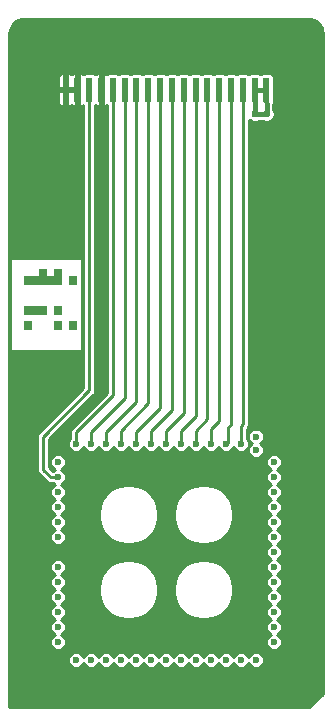
<source format=gbr>
G04 #@! TF.GenerationSoftware,KiCad,Pcbnew,(5.1.9)-1*
G04 #@! TF.CreationDate,2021-05-18T14:16:41+01:00*
G04 #@! TF.ProjectId,RGBtoHDMI Amiga Denise PLCC SMT Breakout FFC,52474274-6f48-4444-9d49-20416d696761,1*
G04 #@! TF.SameCoordinates,Original*
G04 #@! TF.FileFunction,Copper,L1,Top*
G04 #@! TF.FilePolarity,Positive*
%FSLAX46Y46*%
G04 Gerber Fmt 4.6, Leading zero omitted, Abs format (unit mm)*
G04 Created by KiCad (PCBNEW (5.1.9)-1) date 2021-05-18 14:16:41*
%MOMM*%
%LPD*%
G01*
G04 APERTURE LIST*
G04 #@! TA.AperFunction,EtchedComponent*
%ADD10C,0.100000*%
G04 #@! TD*
G04 #@! TA.AperFunction,SMDPad,CuDef*
%ADD11R,2.500000X3.000000*%
G04 #@! TD*
G04 #@! TA.AperFunction,SMDPad,CuDef*
%ADD12R,0.600000X2.000000*%
G04 #@! TD*
G04 #@! TA.AperFunction,ViaPad*
%ADD13C,0.600000*%
G04 #@! TD*
G04 #@! TA.AperFunction,Conductor*
%ADD14C,0.250000*%
G04 #@! TD*
G04 #@! TA.AperFunction,Conductor*
%ADD15C,0.400000*%
G04 #@! TD*
G04 #@! TA.AperFunction,Conductor*
%ADD16C,0.254000*%
G04 #@! TD*
G04 #@! TA.AperFunction,Conductor*
%ADD17C,0.100000*%
G04 #@! TD*
G04 APERTURE END LIST*
D10*
G36*
X153924000Y-50800000D02*
G01*
X153289000Y-50800000D01*
X153289000Y-50165000D01*
X153924000Y-50165000D01*
X153924000Y-50800000D01*
G37*
X153924000Y-50800000D02*
X153289000Y-50800000D01*
X153289000Y-50165000D01*
X153924000Y-50165000D01*
X153924000Y-50800000D01*
G36*
X156464000Y-50800000D02*
G01*
X155829000Y-50800000D01*
X155829000Y-50165000D01*
X156464000Y-50165000D01*
X156464000Y-50800000D01*
G37*
X156464000Y-50800000D02*
X155829000Y-50800000D01*
X155829000Y-50165000D01*
X156464000Y-50165000D01*
X156464000Y-50800000D01*
G36*
X156464000Y-49530000D02*
G01*
X155829000Y-49530000D01*
X155829000Y-48895000D01*
X156464000Y-48895000D01*
X156464000Y-49530000D01*
G37*
X156464000Y-49530000D02*
X155829000Y-49530000D01*
X155829000Y-48895000D01*
X156464000Y-48895000D01*
X156464000Y-49530000D01*
G36*
X155194000Y-49530000D02*
G01*
X154559000Y-49530000D01*
X154559000Y-48895000D01*
X155194000Y-48895000D01*
X155194000Y-49530000D01*
G37*
X155194000Y-49530000D02*
X154559000Y-49530000D01*
X154559000Y-48895000D01*
X155194000Y-48895000D01*
X155194000Y-49530000D01*
G36*
X154559000Y-49530000D02*
G01*
X153924000Y-49530000D01*
X153924000Y-48895000D01*
X154559000Y-48895000D01*
X154559000Y-49530000D01*
G37*
X154559000Y-49530000D02*
X153924000Y-49530000D01*
X153924000Y-48895000D01*
X154559000Y-48895000D01*
X154559000Y-49530000D01*
G36*
X153924000Y-49530000D02*
G01*
X153289000Y-49530000D01*
X153289000Y-48895000D01*
X153924000Y-48895000D01*
X153924000Y-49530000D01*
G37*
X153924000Y-49530000D02*
X153289000Y-49530000D01*
X153289000Y-48895000D01*
X153924000Y-48895000D01*
X153924000Y-49530000D01*
G36*
X153924000Y-46990000D02*
G01*
X153289000Y-46990000D01*
X153289000Y-46355000D01*
X153924000Y-46355000D01*
X153924000Y-46990000D01*
G37*
X153924000Y-46990000D02*
X153289000Y-46990000D01*
X153289000Y-46355000D01*
X153924000Y-46355000D01*
X153924000Y-46990000D01*
G36*
X154559000Y-46990000D02*
G01*
X153924000Y-46990000D01*
X153924000Y-46355000D01*
X154559000Y-46355000D01*
X154559000Y-46990000D01*
G37*
X154559000Y-46990000D02*
X153924000Y-46990000D01*
X153924000Y-46355000D01*
X154559000Y-46355000D01*
X154559000Y-46990000D01*
G36*
X155194000Y-46355000D02*
G01*
X154559000Y-46355000D01*
X154559000Y-45720000D01*
X155194000Y-45720000D01*
X155194000Y-46355000D01*
G37*
X155194000Y-46355000D02*
X154559000Y-46355000D01*
X154559000Y-45720000D01*
X155194000Y-45720000D01*
X155194000Y-46355000D01*
G36*
X155194000Y-46990000D02*
G01*
X154559000Y-46990000D01*
X154559000Y-46355000D01*
X155194000Y-46355000D01*
X155194000Y-46990000D01*
G37*
X155194000Y-46990000D02*
X154559000Y-46990000D01*
X154559000Y-46355000D01*
X155194000Y-46355000D01*
X155194000Y-46990000D01*
G36*
X155829000Y-46990000D02*
G01*
X155194000Y-46990000D01*
X155194000Y-46355000D01*
X155829000Y-46355000D01*
X155829000Y-46990000D01*
G37*
X155829000Y-46990000D02*
X155194000Y-46990000D01*
X155194000Y-46355000D01*
X155829000Y-46355000D01*
X155829000Y-46990000D01*
G36*
X156464000Y-46990000D02*
G01*
X155829000Y-46990000D01*
X155829000Y-46355000D01*
X156464000Y-46355000D01*
X156464000Y-46990000D01*
G37*
X156464000Y-46990000D02*
X155829000Y-46990000D01*
X155829000Y-46355000D01*
X156464000Y-46355000D01*
X156464000Y-46990000D01*
G36*
X156464000Y-46355000D02*
G01*
X155829000Y-46355000D01*
X155829000Y-45720000D01*
X156464000Y-45720000D01*
X156464000Y-46355000D01*
G37*
X156464000Y-46355000D02*
X155829000Y-46355000D01*
X155829000Y-45720000D01*
X156464000Y-45720000D01*
X156464000Y-46355000D01*
G36*
X157734000Y-50800000D02*
G01*
X157099000Y-50800000D01*
X157099000Y-50165000D01*
X157734000Y-50165000D01*
X157734000Y-50800000D01*
G37*
X157734000Y-50800000D02*
X157099000Y-50800000D01*
X157099000Y-50165000D01*
X157734000Y-50165000D01*
X157734000Y-50800000D01*
G36*
X157734000Y-46990000D02*
G01*
X157099000Y-46990000D01*
X157099000Y-46355000D01*
X157734000Y-46355000D01*
X157734000Y-46990000D01*
G37*
X157734000Y-46990000D02*
X157099000Y-46990000D01*
X157099000Y-46355000D01*
X157734000Y-46355000D01*
X157734000Y-46990000D01*
D11*
X176604000Y-28112000D03*
X154104000Y-28112000D03*
D12*
X156854000Y-30562000D03*
X157854000Y-30562000D03*
X158854000Y-30562000D03*
X159854000Y-30562000D03*
X160854000Y-30562000D03*
X161854000Y-30562000D03*
X162854000Y-30562000D03*
X163854000Y-30562000D03*
X164854000Y-30562000D03*
X165854000Y-30562000D03*
X166854000Y-30562000D03*
X167854000Y-30562000D03*
X168854000Y-30562000D03*
X169854000Y-30562000D03*
X170854000Y-30562000D03*
X171854000Y-30562000D03*
X172854000Y-30562000D03*
X173854000Y-30562000D03*
D13*
X157861000Y-32512000D03*
X156845000Y-32512000D03*
X156210000Y-69723000D03*
X166624000Y-60579000D03*
X167894000Y-60579000D03*
X169164000Y-60579000D03*
X170434000Y-60579000D03*
X171704000Y-60579000D03*
X172974000Y-61087000D03*
X172974000Y-59944000D03*
X172863000Y-32639000D03*
X173863000Y-32639000D03*
X156210000Y-63373000D03*
X157734000Y-60579000D03*
X159004000Y-60579000D03*
X160274000Y-60579000D03*
X161544000Y-60579000D03*
X162814000Y-60579000D03*
X164084000Y-60579000D03*
X165354000Y-60579000D03*
X164084000Y-78867000D03*
X161544000Y-78867000D03*
X159004000Y-78867000D03*
X156210000Y-77343000D03*
X162814000Y-78867000D03*
X160274000Y-78867000D03*
X156210000Y-76073000D03*
X156210000Y-73533000D03*
X156210000Y-70993000D03*
X156210000Y-68453000D03*
X156210000Y-74803000D03*
X156210000Y-72263000D03*
X156210000Y-64643000D03*
X174498000Y-64643000D03*
X174498000Y-67183000D03*
X174498000Y-69723000D03*
X174498000Y-72263000D03*
X174498000Y-74803000D03*
X174498000Y-63373000D03*
X174498000Y-65913000D03*
X174498000Y-68453000D03*
X174498000Y-70993000D03*
X174498000Y-73533000D03*
X174498000Y-76073000D03*
X170434000Y-78867000D03*
X167894000Y-78867000D03*
X165354000Y-78867000D03*
X174498000Y-77343000D03*
X171704000Y-78867000D03*
X169164000Y-78867000D03*
X166624000Y-78867000D03*
X156210000Y-67183000D03*
X157734000Y-78867000D03*
X156210000Y-62103000D03*
X174498000Y-62103000D03*
X172974000Y-78867000D03*
X156210000Y-65913000D03*
D14*
X167854000Y-58206353D02*
X167854000Y-30628000D01*
X166624000Y-59436353D02*
X167854000Y-58206353D01*
X166624000Y-60579000D02*
X166624000Y-59436353D01*
X168854000Y-55508000D02*
X168854000Y-30628000D01*
X168854000Y-58476000D02*
X168854000Y-55508000D01*
X167894000Y-59436000D02*
X168854000Y-58476000D01*
X167894000Y-60579000D02*
X167894000Y-59436000D01*
X169854000Y-58619000D02*
X169854000Y-30628000D01*
X169164000Y-59309000D02*
X169854000Y-58619000D01*
X169164000Y-60579000D02*
X169164000Y-59309000D01*
X170854000Y-58889000D02*
X170854000Y-30628000D01*
X170561000Y-59182000D02*
X170854000Y-58889000D01*
X170561000Y-60452000D02*
X170561000Y-59182000D01*
X170434000Y-60579000D02*
X170561000Y-60452000D01*
X171854000Y-58905000D02*
X171854000Y-30988000D01*
X171704000Y-59055000D02*
X171854000Y-58905000D01*
X171704000Y-60579000D02*
X171704000Y-59055000D01*
D15*
X172863000Y-32639000D02*
X173863000Y-32639000D01*
X172854000Y-30628000D02*
X172863000Y-32639000D01*
X173854000Y-30628000D02*
X172854000Y-30628000D01*
X173863000Y-32639000D02*
X173854000Y-30628000D01*
D14*
X158854000Y-56030000D02*
X158854000Y-30628000D01*
X154940000Y-59944000D02*
X158854000Y-56030000D01*
X154940000Y-62738000D02*
X154940000Y-59944000D01*
X155575000Y-63373000D02*
X154940000Y-62738000D01*
X156210000Y-63373000D02*
X155575000Y-63373000D01*
X160854000Y-56443000D02*
X160854000Y-30628000D01*
X157734000Y-59563000D02*
X160854000Y-56443000D01*
X157734000Y-60579000D02*
X157734000Y-59563000D01*
X161854000Y-56713000D02*
X161854000Y-30628000D01*
X159004000Y-59563000D02*
X161854000Y-56713000D01*
X159004000Y-60579000D02*
X159004000Y-59563000D01*
X162854000Y-56983000D02*
X162854000Y-30628000D01*
X160274000Y-59563000D02*
X162854000Y-56983000D01*
X160274000Y-60579000D02*
X160274000Y-59563000D01*
X163854000Y-57126000D02*
X163854000Y-30628000D01*
X161544000Y-59436000D02*
X163854000Y-57126000D01*
X161544000Y-60579000D02*
X161544000Y-59436000D01*
X162814000Y-59563000D02*
X164854000Y-57523000D01*
X164854000Y-57523000D02*
X164854000Y-30628000D01*
X162814000Y-60579000D02*
X162814000Y-59563000D01*
X165854000Y-57666000D02*
X165854000Y-30628000D01*
X164084000Y-59436000D02*
X165854000Y-57666000D01*
X164084000Y-60579000D02*
X164084000Y-59436000D01*
X166854000Y-57936000D02*
X166854000Y-30628000D01*
X165354000Y-59436000D02*
X166854000Y-57936000D01*
X165354000Y-60579000D02*
X165354000Y-59436000D01*
D16*
X177650687Y-24610904D02*
X177873545Y-24678189D01*
X178079091Y-24787480D01*
X178259500Y-24934618D01*
X178407885Y-25113986D01*
X178518609Y-25318763D01*
X178587451Y-25541152D01*
X178614001Y-25793762D01*
X178614000Y-81726119D01*
X177484119Y-82856000D01*
X152094000Y-82856000D01*
X152094000Y-78799927D01*
X157053000Y-78799927D01*
X157053000Y-78934073D01*
X157079171Y-79065640D01*
X157130506Y-79189574D01*
X157205033Y-79301112D01*
X157299888Y-79395967D01*
X157411426Y-79470494D01*
X157535360Y-79521829D01*
X157666927Y-79548000D01*
X157801073Y-79548000D01*
X157932640Y-79521829D01*
X158056574Y-79470494D01*
X158168112Y-79395967D01*
X158262967Y-79301112D01*
X158337494Y-79189574D01*
X158369000Y-79113512D01*
X158400506Y-79189574D01*
X158475033Y-79301112D01*
X158569888Y-79395967D01*
X158681426Y-79470494D01*
X158805360Y-79521829D01*
X158936927Y-79548000D01*
X159071073Y-79548000D01*
X159202640Y-79521829D01*
X159326574Y-79470494D01*
X159438112Y-79395967D01*
X159532967Y-79301112D01*
X159607494Y-79189574D01*
X159639000Y-79113512D01*
X159670506Y-79189574D01*
X159745033Y-79301112D01*
X159839888Y-79395967D01*
X159951426Y-79470494D01*
X160075360Y-79521829D01*
X160206927Y-79548000D01*
X160341073Y-79548000D01*
X160472640Y-79521829D01*
X160596574Y-79470494D01*
X160708112Y-79395967D01*
X160802967Y-79301112D01*
X160877494Y-79189574D01*
X160909000Y-79113512D01*
X160940506Y-79189574D01*
X161015033Y-79301112D01*
X161109888Y-79395967D01*
X161221426Y-79470494D01*
X161345360Y-79521829D01*
X161476927Y-79548000D01*
X161611073Y-79548000D01*
X161742640Y-79521829D01*
X161866574Y-79470494D01*
X161978112Y-79395967D01*
X162072967Y-79301112D01*
X162147494Y-79189574D01*
X162179000Y-79113512D01*
X162210506Y-79189574D01*
X162285033Y-79301112D01*
X162379888Y-79395967D01*
X162491426Y-79470494D01*
X162615360Y-79521829D01*
X162746927Y-79548000D01*
X162881073Y-79548000D01*
X163012640Y-79521829D01*
X163136574Y-79470494D01*
X163248112Y-79395967D01*
X163342967Y-79301112D01*
X163417494Y-79189574D01*
X163449000Y-79113512D01*
X163480506Y-79189574D01*
X163555033Y-79301112D01*
X163649888Y-79395967D01*
X163761426Y-79470494D01*
X163885360Y-79521829D01*
X164016927Y-79548000D01*
X164151073Y-79548000D01*
X164282640Y-79521829D01*
X164406574Y-79470494D01*
X164518112Y-79395967D01*
X164612967Y-79301112D01*
X164687494Y-79189574D01*
X164719000Y-79113512D01*
X164750506Y-79189574D01*
X164825033Y-79301112D01*
X164919888Y-79395967D01*
X165031426Y-79470494D01*
X165155360Y-79521829D01*
X165286927Y-79548000D01*
X165421073Y-79548000D01*
X165552640Y-79521829D01*
X165676574Y-79470494D01*
X165788112Y-79395967D01*
X165882967Y-79301112D01*
X165957494Y-79189574D01*
X165989000Y-79113512D01*
X166020506Y-79189574D01*
X166095033Y-79301112D01*
X166189888Y-79395967D01*
X166301426Y-79470494D01*
X166425360Y-79521829D01*
X166556927Y-79548000D01*
X166691073Y-79548000D01*
X166822640Y-79521829D01*
X166946574Y-79470494D01*
X167058112Y-79395967D01*
X167152967Y-79301112D01*
X167227494Y-79189574D01*
X167259000Y-79113512D01*
X167290506Y-79189574D01*
X167365033Y-79301112D01*
X167459888Y-79395967D01*
X167571426Y-79470494D01*
X167695360Y-79521829D01*
X167826927Y-79548000D01*
X167961073Y-79548000D01*
X168092640Y-79521829D01*
X168216574Y-79470494D01*
X168328112Y-79395967D01*
X168422967Y-79301112D01*
X168497494Y-79189574D01*
X168529000Y-79113512D01*
X168560506Y-79189574D01*
X168635033Y-79301112D01*
X168729888Y-79395967D01*
X168841426Y-79470494D01*
X168965360Y-79521829D01*
X169096927Y-79548000D01*
X169231073Y-79548000D01*
X169362640Y-79521829D01*
X169486574Y-79470494D01*
X169598112Y-79395967D01*
X169692967Y-79301112D01*
X169767494Y-79189574D01*
X169799000Y-79113512D01*
X169830506Y-79189574D01*
X169905033Y-79301112D01*
X169999888Y-79395967D01*
X170111426Y-79470494D01*
X170235360Y-79521829D01*
X170366927Y-79548000D01*
X170501073Y-79548000D01*
X170632640Y-79521829D01*
X170756574Y-79470494D01*
X170868112Y-79395967D01*
X170962967Y-79301112D01*
X171037494Y-79189574D01*
X171069000Y-79113512D01*
X171100506Y-79189574D01*
X171175033Y-79301112D01*
X171269888Y-79395967D01*
X171381426Y-79470494D01*
X171505360Y-79521829D01*
X171636927Y-79548000D01*
X171771073Y-79548000D01*
X171902640Y-79521829D01*
X172026574Y-79470494D01*
X172138112Y-79395967D01*
X172232967Y-79301112D01*
X172307494Y-79189574D01*
X172339000Y-79113512D01*
X172370506Y-79189574D01*
X172445033Y-79301112D01*
X172539888Y-79395967D01*
X172651426Y-79470494D01*
X172775360Y-79521829D01*
X172906927Y-79548000D01*
X173041073Y-79548000D01*
X173172640Y-79521829D01*
X173296574Y-79470494D01*
X173408112Y-79395967D01*
X173502967Y-79301112D01*
X173577494Y-79189574D01*
X173628829Y-79065640D01*
X173655000Y-78934073D01*
X173655000Y-78799927D01*
X173628829Y-78668360D01*
X173577494Y-78544426D01*
X173502967Y-78432888D01*
X173408112Y-78338033D01*
X173296574Y-78263506D01*
X173172640Y-78212171D01*
X173041073Y-78186000D01*
X172906927Y-78186000D01*
X172775360Y-78212171D01*
X172651426Y-78263506D01*
X172539888Y-78338033D01*
X172445033Y-78432888D01*
X172370506Y-78544426D01*
X172339000Y-78620488D01*
X172307494Y-78544426D01*
X172232967Y-78432888D01*
X172138112Y-78338033D01*
X172026574Y-78263506D01*
X171902640Y-78212171D01*
X171771073Y-78186000D01*
X171636927Y-78186000D01*
X171505360Y-78212171D01*
X171381426Y-78263506D01*
X171269888Y-78338033D01*
X171175033Y-78432888D01*
X171100506Y-78544426D01*
X171069000Y-78620488D01*
X171037494Y-78544426D01*
X170962967Y-78432888D01*
X170868112Y-78338033D01*
X170756574Y-78263506D01*
X170632640Y-78212171D01*
X170501073Y-78186000D01*
X170366927Y-78186000D01*
X170235360Y-78212171D01*
X170111426Y-78263506D01*
X169999888Y-78338033D01*
X169905033Y-78432888D01*
X169830506Y-78544426D01*
X169799000Y-78620488D01*
X169767494Y-78544426D01*
X169692967Y-78432888D01*
X169598112Y-78338033D01*
X169486574Y-78263506D01*
X169362640Y-78212171D01*
X169231073Y-78186000D01*
X169096927Y-78186000D01*
X168965360Y-78212171D01*
X168841426Y-78263506D01*
X168729888Y-78338033D01*
X168635033Y-78432888D01*
X168560506Y-78544426D01*
X168529000Y-78620488D01*
X168497494Y-78544426D01*
X168422967Y-78432888D01*
X168328112Y-78338033D01*
X168216574Y-78263506D01*
X168092640Y-78212171D01*
X167961073Y-78186000D01*
X167826927Y-78186000D01*
X167695360Y-78212171D01*
X167571426Y-78263506D01*
X167459888Y-78338033D01*
X167365033Y-78432888D01*
X167290506Y-78544426D01*
X167259000Y-78620488D01*
X167227494Y-78544426D01*
X167152967Y-78432888D01*
X167058112Y-78338033D01*
X166946574Y-78263506D01*
X166822640Y-78212171D01*
X166691073Y-78186000D01*
X166556927Y-78186000D01*
X166425360Y-78212171D01*
X166301426Y-78263506D01*
X166189888Y-78338033D01*
X166095033Y-78432888D01*
X166020506Y-78544426D01*
X165989000Y-78620488D01*
X165957494Y-78544426D01*
X165882967Y-78432888D01*
X165788112Y-78338033D01*
X165676574Y-78263506D01*
X165552640Y-78212171D01*
X165421073Y-78186000D01*
X165286927Y-78186000D01*
X165155360Y-78212171D01*
X165031426Y-78263506D01*
X164919888Y-78338033D01*
X164825033Y-78432888D01*
X164750506Y-78544426D01*
X164719000Y-78620488D01*
X164687494Y-78544426D01*
X164612967Y-78432888D01*
X164518112Y-78338033D01*
X164406574Y-78263506D01*
X164282640Y-78212171D01*
X164151073Y-78186000D01*
X164016927Y-78186000D01*
X163885360Y-78212171D01*
X163761426Y-78263506D01*
X163649888Y-78338033D01*
X163555033Y-78432888D01*
X163480506Y-78544426D01*
X163449000Y-78620488D01*
X163417494Y-78544426D01*
X163342967Y-78432888D01*
X163248112Y-78338033D01*
X163136574Y-78263506D01*
X163012640Y-78212171D01*
X162881073Y-78186000D01*
X162746927Y-78186000D01*
X162615360Y-78212171D01*
X162491426Y-78263506D01*
X162379888Y-78338033D01*
X162285033Y-78432888D01*
X162210506Y-78544426D01*
X162179000Y-78620488D01*
X162147494Y-78544426D01*
X162072967Y-78432888D01*
X161978112Y-78338033D01*
X161866574Y-78263506D01*
X161742640Y-78212171D01*
X161611073Y-78186000D01*
X161476927Y-78186000D01*
X161345360Y-78212171D01*
X161221426Y-78263506D01*
X161109888Y-78338033D01*
X161015033Y-78432888D01*
X160940506Y-78544426D01*
X160909000Y-78620488D01*
X160877494Y-78544426D01*
X160802967Y-78432888D01*
X160708112Y-78338033D01*
X160596574Y-78263506D01*
X160472640Y-78212171D01*
X160341073Y-78186000D01*
X160206927Y-78186000D01*
X160075360Y-78212171D01*
X159951426Y-78263506D01*
X159839888Y-78338033D01*
X159745033Y-78432888D01*
X159670506Y-78544426D01*
X159639000Y-78620488D01*
X159607494Y-78544426D01*
X159532967Y-78432888D01*
X159438112Y-78338033D01*
X159326574Y-78263506D01*
X159202640Y-78212171D01*
X159071073Y-78186000D01*
X158936927Y-78186000D01*
X158805360Y-78212171D01*
X158681426Y-78263506D01*
X158569888Y-78338033D01*
X158475033Y-78432888D01*
X158400506Y-78544426D01*
X158369000Y-78620488D01*
X158337494Y-78544426D01*
X158262967Y-78432888D01*
X158168112Y-78338033D01*
X158056574Y-78263506D01*
X157932640Y-78212171D01*
X157801073Y-78186000D01*
X157666927Y-78186000D01*
X157535360Y-78212171D01*
X157411426Y-78263506D01*
X157299888Y-78338033D01*
X157205033Y-78432888D01*
X157130506Y-78544426D01*
X157079171Y-78668360D01*
X157053000Y-78799927D01*
X152094000Y-78799927D01*
X152094000Y-70925927D01*
X155529000Y-70925927D01*
X155529000Y-71060073D01*
X155555171Y-71191640D01*
X155606506Y-71315574D01*
X155681033Y-71427112D01*
X155775888Y-71521967D01*
X155887426Y-71596494D01*
X155963488Y-71628000D01*
X155887426Y-71659506D01*
X155775888Y-71734033D01*
X155681033Y-71828888D01*
X155606506Y-71940426D01*
X155555171Y-72064360D01*
X155529000Y-72195927D01*
X155529000Y-72330073D01*
X155555171Y-72461640D01*
X155606506Y-72585574D01*
X155681033Y-72697112D01*
X155775888Y-72791967D01*
X155887426Y-72866494D01*
X155963488Y-72898000D01*
X155887426Y-72929506D01*
X155775888Y-73004033D01*
X155681033Y-73098888D01*
X155606506Y-73210426D01*
X155555171Y-73334360D01*
X155529000Y-73465927D01*
X155529000Y-73600073D01*
X155555171Y-73731640D01*
X155606506Y-73855574D01*
X155681033Y-73967112D01*
X155775888Y-74061967D01*
X155887426Y-74136494D01*
X155963488Y-74168000D01*
X155887426Y-74199506D01*
X155775888Y-74274033D01*
X155681033Y-74368888D01*
X155606506Y-74480426D01*
X155555171Y-74604360D01*
X155529000Y-74735927D01*
X155529000Y-74870073D01*
X155555171Y-75001640D01*
X155606506Y-75125574D01*
X155681033Y-75237112D01*
X155775888Y-75331967D01*
X155887426Y-75406494D01*
X155963488Y-75438000D01*
X155887426Y-75469506D01*
X155775888Y-75544033D01*
X155681033Y-75638888D01*
X155606506Y-75750426D01*
X155555171Y-75874360D01*
X155529000Y-76005927D01*
X155529000Y-76140073D01*
X155555171Y-76271640D01*
X155606506Y-76395574D01*
X155681033Y-76507112D01*
X155775888Y-76601967D01*
X155887426Y-76676494D01*
X155963488Y-76708000D01*
X155887426Y-76739506D01*
X155775888Y-76814033D01*
X155681033Y-76908888D01*
X155606506Y-77020426D01*
X155555171Y-77144360D01*
X155529000Y-77275927D01*
X155529000Y-77410073D01*
X155555171Y-77541640D01*
X155606506Y-77665574D01*
X155681033Y-77777112D01*
X155775888Y-77871967D01*
X155887426Y-77946494D01*
X156011360Y-77997829D01*
X156142927Y-78024000D01*
X156277073Y-78024000D01*
X156408640Y-77997829D01*
X156532574Y-77946494D01*
X156644112Y-77871967D01*
X156738967Y-77777112D01*
X156813494Y-77665574D01*
X156864829Y-77541640D01*
X156891000Y-77410073D01*
X156891000Y-77275927D01*
X156864829Y-77144360D01*
X156813494Y-77020426D01*
X156738967Y-76908888D01*
X156644112Y-76814033D01*
X156532574Y-76739506D01*
X156456512Y-76708000D01*
X156532574Y-76676494D01*
X156644112Y-76601967D01*
X156738967Y-76507112D01*
X156813494Y-76395574D01*
X156864829Y-76271640D01*
X156891000Y-76140073D01*
X156891000Y-76005927D01*
X156864829Y-75874360D01*
X156813494Y-75750426D01*
X156738967Y-75638888D01*
X156644112Y-75544033D01*
X156532574Y-75469506D01*
X156456512Y-75438000D01*
X156532574Y-75406494D01*
X156644112Y-75331967D01*
X156738967Y-75237112D01*
X156813494Y-75125574D01*
X156864829Y-75001640D01*
X156891000Y-74870073D01*
X156891000Y-74735927D01*
X156864829Y-74604360D01*
X156813494Y-74480426D01*
X156738967Y-74368888D01*
X156644112Y-74274033D01*
X156532574Y-74199506D01*
X156456512Y-74168000D01*
X156532574Y-74136494D01*
X156644112Y-74061967D01*
X156738967Y-73967112D01*
X156813494Y-73855574D01*
X156864829Y-73731640D01*
X156891000Y-73600073D01*
X156891000Y-73465927D01*
X156864829Y-73334360D01*
X156813494Y-73210426D01*
X156738967Y-73098888D01*
X156644112Y-73004033D01*
X156532574Y-72929506D01*
X156456512Y-72898000D01*
X156532574Y-72866494D01*
X156644112Y-72791967D01*
X156738967Y-72697112D01*
X156771302Y-72648718D01*
X159648000Y-72648718D01*
X159648000Y-73147282D01*
X159745265Y-73636265D01*
X159936057Y-74096878D01*
X160213044Y-74511418D01*
X160565582Y-74863956D01*
X160980122Y-75140943D01*
X161440735Y-75331735D01*
X161929718Y-75429000D01*
X162428282Y-75429000D01*
X162917265Y-75331735D01*
X163377878Y-75140943D01*
X163792418Y-74863956D01*
X164144956Y-74511418D01*
X164421943Y-74096878D01*
X164612735Y-73636265D01*
X164710000Y-73147282D01*
X164710000Y-72648718D01*
X165998000Y-72648718D01*
X165998000Y-73147282D01*
X166095265Y-73636265D01*
X166286057Y-74096878D01*
X166563044Y-74511418D01*
X166915582Y-74863956D01*
X167330122Y-75140943D01*
X167790735Y-75331735D01*
X168279718Y-75429000D01*
X168778282Y-75429000D01*
X169267265Y-75331735D01*
X169727878Y-75140943D01*
X170142418Y-74863956D01*
X170494956Y-74511418D01*
X170771943Y-74096878D01*
X170962735Y-73636265D01*
X171060000Y-73147282D01*
X171060000Y-72648718D01*
X170962735Y-72159735D01*
X170771943Y-71699122D01*
X170494956Y-71284582D01*
X170142418Y-70932044D01*
X169727878Y-70655057D01*
X169267265Y-70464265D01*
X168778282Y-70367000D01*
X168279718Y-70367000D01*
X167790735Y-70464265D01*
X167330122Y-70655057D01*
X166915582Y-70932044D01*
X166563044Y-71284582D01*
X166286057Y-71699122D01*
X166095265Y-72159735D01*
X165998000Y-72648718D01*
X164710000Y-72648718D01*
X164612735Y-72159735D01*
X164421943Y-71699122D01*
X164144956Y-71284582D01*
X163792418Y-70932044D01*
X163377878Y-70655057D01*
X162917265Y-70464265D01*
X162428282Y-70367000D01*
X161929718Y-70367000D01*
X161440735Y-70464265D01*
X160980122Y-70655057D01*
X160565582Y-70932044D01*
X160213044Y-71284582D01*
X159936057Y-71699122D01*
X159745265Y-72159735D01*
X159648000Y-72648718D01*
X156771302Y-72648718D01*
X156813494Y-72585574D01*
X156864829Y-72461640D01*
X156891000Y-72330073D01*
X156891000Y-72195927D01*
X156864829Y-72064360D01*
X156813494Y-71940426D01*
X156738967Y-71828888D01*
X156644112Y-71734033D01*
X156532574Y-71659506D01*
X156456512Y-71628000D01*
X156532574Y-71596494D01*
X156644112Y-71521967D01*
X156738967Y-71427112D01*
X156813494Y-71315574D01*
X156864829Y-71191640D01*
X156891000Y-71060073D01*
X156891000Y-70925927D01*
X156864829Y-70794360D01*
X156813494Y-70670426D01*
X156738967Y-70558888D01*
X156644112Y-70464033D01*
X156532574Y-70389506D01*
X156408640Y-70338171D01*
X156277073Y-70312000D01*
X156142927Y-70312000D01*
X156011360Y-70338171D01*
X155887426Y-70389506D01*
X155775888Y-70464033D01*
X155681033Y-70558888D01*
X155606506Y-70670426D01*
X155555171Y-70794360D01*
X155529000Y-70925927D01*
X152094000Y-70925927D01*
X152094000Y-59944000D01*
X154431553Y-59944000D01*
X154434001Y-59968856D01*
X154434000Y-62713154D01*
X154431553Y-62738000D01*
X154434000Y-62762846D01*
X154434000Y-62762853D01*
X154441322Y-62837192D01*
X154470255Y-62932574D01*
X154517241Y-63020479D01*
X154580473Y-63097527D01*
X154599785Y-63113376D01*
X155199628Y-63713220D01*
X155215473Y-63732527D01*
X155292521Y-63795759D01*
X155380425Y-63842745D01*
X155475807Y-63871678D01*
X155575000Y-63881448D01*
X155599854Y-63879000D01*
X155752921Y-63879000D01*
X155775888Y-63901967D01*
X155887426Y-63976494D01*
X155963488Y-64008000D01*
X155887426Y-64039506D01*
X155775888Y-64114033D01*
X155681033Y-64208888D01*
X155606506Y-64320426D01*
X155555171Y-64444360D01*
X155529000Y-64575927D01*
X155529000Y-64710073D01*
X155555171Y-64841640D01*
X155606506Y-64965574D01*
X155681033Y-65077112D01*
X155775888Y-65171967D01*
X155887426Y-65246494D01*
X155963488Y-65278000D01*
X155887426Y-65309506D01*
X155775888Y-65384033D01*
X155681033Y-65478888D01*
X155606506Y-65590426D01*
X155555171Y-65714360D01*
X155529000Y-65845927D01*
X155529000Y-65980073D01*
X155555171Y-66111640D01*
X155606506Y-66235574D01*
X155681033Y-66347112D01*
X155775888Y-66441967D01*
X155887426Y-66516494D01*
X155963488Y-66548000D01*
X155887426Y-66579506D01*
X155775888Y-66654033D01*
X155681033Y-66748888D01*
X155606506Y-66860426D01*
X155555171Y-66984360D01*
X155529000Y-67115927D01*
X155529000Y-67250073D01*
X155555171Y-67381640D01*
X155606506Y-67505574D01*
X155681033Y-67617112D01*
X155775888Y-67711967D01*
X155887426Y-67786494D01*
X155963488Y-67818000D01*
X155887426Y-67849506D01*
X155775888Y-67924033D01*
X155681033Y-68018888D01*
X155606506Y-68130426D01*
X155555171Y-68254360D01*
X155529000Y-68385927D01*
X155529000Y-68520073D01*
X155555171Y-68651640D01*
X155606506Y-68775574D01*
X155681033Y-68887112D01*
X155775888Y-68981967D01*
X155887426Y-69056494D01*
X156011360Y-69107829D01*
X156142927Y-69134000D01*
X156277073Y-69134000D01*
X156408640Y-69107829D01*
X156532574Y-69056494D01*
X156644112Y-68981967D01*
X156738967Y-68887112D01*
X156813494Y-68775574D01*
X156864829Y-68651640D01*
X156891000Y-68520073D01*
X156891000Y-68385927D01*
X156864829Y-68254360D01*
X156813494Y-68130426D01*
X156738967Y-68018888D01*
X156644112Y-67924033D01*
X156532574Y-67849506D01*
X156456512Y-67818000D01*
X156532574Y-67786494D01*
X156644112Y-67711967D01*
X156738967Y-67617112D01*
X156813494Y-67505574D01*
X156864829Y-67381640D01*
X156891000Y-67250073D01*
X156891000Y-67115927D01*
X156864829Y-66984360D01*
X156813494Y-66860426D01*
X156738967Y-66748888D01*
X156644112Y-66654033D01*
X156532574Y-66579506D01*
X156456512Y-66548000D01*
X156532574Y-66516494D01*
X156644112Y-66441967D01*
X156738967Y-66347112D01*
X156771302Y-66298718D01*
X159648000Y-66298718D01*
X159648000Y-66797282D01*
X159745265Y-67286265D01*
X159936057Y-67746878D01*
X160213044Y-68161418D01*
X160565582Y-68513956D01*
X160980122Y-68790943D01*
X161440735Y-68981735D01*
X161929718Y-69079000D01*
X162428282Y-69079000D01*
X162917265Y-68981735D01*
X163377878Y-68790943D01*
X163792418Y-68513956D01*
X164144956Y-68161418D01*
X164421943Y-67746878D01*
X164612735Y-67286265D01*
X164710000Y-66797282D01*
X164710000Y-66298718D01*
X165998000Y-66298718D01*
X165998000Y-66797282D01*
X166095265Y-67286265D01*
X166286057Y-67746878D01*
X166563044Y-68161418D01*
X166915582Y-68513956D01*
X167330122Y-68790943D01*
X167790735Y-68981735D01*
X168279718Y-69079000D01*
X168778282Y-69079000D01*
X169267265Y-68981735D01*
X169727878Y-68790943D01*
X170142418Y-68513956D01*
X170494956Y-68161418D01*
X170771943Y-67746878D01*
X170962735Y-67286265D01*
X171060000Y-66797282D01*
X171060000Y-66298718D01*
X170962735Y-65809735D01*
X170771943Y-65349122D01*
X170494956Y-64934582D01*
X170142418Y-64582044D01*
X169727878Y-64305057D01*
X169267265Y-64114265D01*
X168778282Y-64017000D01*
X168279718Y-64017000D01*
X167790735Y-64114265D01*
X167330122Y-64305057D01*
X166915582Y-64582044D01*
X166563044Y-64934582D01*
X166286057Y-65349122D01*
X166095265Y-65809735D01*
X165998000Y-66298718D01*
X164710000Y-66298718D01*
X164612735Y-65809735D01*
X164421943Y-65349122D01*
X164144956Y-64934582D01*
X163792418Y-64582044D01*
X163377878Y-64305057D01*
X162917265Y-64114265D01*
X162428282Y-64017000D01*
X161929718Y-64017000D01*
X161440735Y-64114265D01*
X160980122Y-64305057D01*
X160565582Y-64582044D01*
X160213044Y-64934582D01*
X159936057Y-65349122D01*
X159745265Y-65809735D01*
X159648000Y-66298718D01*
X156771302Y-66298718D01*
X156813494Y-66235574D01*
X156864829Y-66111640D01*
X156891000Y-65980073D01*
X156891000Y-65845927D01*
X156864829Y-65714360D01*
X156813494Y-65590426D01*
X156738967Y-65478888D01*
X156644112Y-65384033D01*
X156532574Y-65309506D01*
X156456512Y-65278000D01*
X156532574Y-65246494D01*
X156644112Y-65171967D01*
X156738967Y-65077112D01*
X156813494Y-64965574D01*
X156864829Y-64841640D01*
X156891000Y-64710073D01*
X156891000Y-64575927D01*
X156864829Y-64444360D01*
X156813494Y-64320426D01*
X156738967Y-64208888D01*
X156644112Y-64114033D01*
X156532574Y-64039506D01*
X156456512Y-64008000D01*
X156532574Y-63976494D01*
X156644112Y-63901967D01*
X156738967Y-63807112D01*
X156813494Y-63695574D01*
X156864829Y-63571640D01*
X156891000Y-63440073D01*
X156891000Y-63305927D01*
X156864829Y-63174360D01*
X156813494Y-63050426D01*
X156738967Y-62938888D01*
X156644112Y-62844033D01*
X156532574Y-62769506D01*
X156456512Y-62738000D01*
X156532574Y-62706494D01*
X156644112Y-62631967D01*
X156738967Y-62537112D01*
X156813494Y-62425574D01*
X156864829Y-62301640D01*
X156891000Y-62170073D01*
X156891000Y-62035927D01*
X173817000Y-62035927D01*
X173817000Y-62170073D01*
X173843171Y-62301640D01*
X173894506Y-62425574D01*
X173969033Y-62537112D01*
X174063888Y-62631967D01*
X174175426Y-62706494D01*
X174251488Y-62738000D01*
X174175426Y-62769506D01*
X174063888Y-62844033D01*
X173969033Y-62938888D01*
X173894506Y-63050426D01*
X173843171Y-63174360D01*
X173817000Y-63305927D01*
X173817000Y-63440073D01*
X173843171Y-63571640D01*
X173894506Y-63695574D01*
X173969033Y-63807112D01*
X174063888Y-63901967D01*
X174175426Y-63976494D01*
X174251488Y-64008000D01*
X174175426Y-64039506D01*
X174063888Y-64114033D01*
X173969033Y-64208888D01*
X173894506Y-64320426D01*
X173843171Y-64444360D01*
X173817000Y-64575927D01*
X173817000Y-64710073D01*
X173843171Y-64841640D01*
X173894506Y-64965574D01*
X173969033Y-65077112D01*
X174063888Y-65171967D01*
X174175426Y-65246494D01*
X174251488Y-65278000D01*
X174175426Y-65309506D01*
X174063888Y-65384033D01*
X173969033Y-65478888D01*
X173894506Y-65590426D01*
X173843171Y-65714360D01*
X173817000Y-65845927D01*
X173817000Y-65980073D01*
X173843171Y-66111640D01*
X173894506Y-66235574D01*
X173969033Y-66347112D01*
X174063888Y-66441967D01*
X174175426Y-66516494D01*
X174251488Y-66548000D01*
X174175426Y-66579506D01*
X174063888Y-66654033D01*
X173969033Y-66748888D01*
X173894506Y-66860426D01*
X173843171Y-66984360D01*
X173817000Y-67115927D01*
X173817000Y-67250073D01*
X173843171Y-67381640D01*
X173894506Y-67505574D01*
X173969033Y-67617112D01*
X174063888Y-67711967D01*
X174175426Y-67786494D01*
X174251488Y-67818000D01*
X174175426Y-67849506D01*
X174063888Y-67924033D01*
X173969033Y-68018888D01*
X173894506Y-68130426D01*
X173843171Y-68254360D01*
X173817000Y-68385927D01*
X173817000Y-68520073D01*
X173843171Y-68651640D01*
X173894506Y-68775574D01*
X173969033Y-68887112D01*
X174063888Y-68981967D01*
X174175426Y-69056494D01*
X174251488Y-69088000D01*
X174175426Y-69119506D01*
X174063888Y-69194033D01*
X173969033Y-69288888D01*
X173894506Y-69400426D01*
X173843171Y-69524360D01*
X173817000Y-69655927D01*
X173817000Y-69790073D01*
X173843171Y-69921640D01*
X173894506Y-70045574D01*
X173969033Y-70157112D01*
X174063888Y-70251967D01*
X174175426Y-70326494D01*
X174251488Y-70358000D01*
X174175426Y-70389506D01*
X174063888Y-70464033D01*
X173969033Y-70558888D01*
X173894506Y-70670426D01*
X173843171Y-70794360D01*
X173817000Y-70925927D01*
X173817000Y-71060073D01*
X173843171Y-71191640D01*
X173894506Y-71315574D01*
X173969033Y-71427112D01*
X174063888Y-71521967D01*
X174175426Y-71596494D01*
X174251488Y-71628000D01*
X174175426Y-71659506D01*
X174063888Y-71734033D01*
X173969033Y-71828888D01*
X173894506Y-71940426D01*
X173843171Y-72064360D01*
X173817000Y-72195927D01*
X173817000Y-72330073D01*
X173843171Y-72461640D01*
X173894506Y-72585574D01*
X173969033Y-72697112D01*
X174063888Y-72791967D01*
X174175426Y-72866494D01*
X174251488Y-72898000D01*
X174175426Y-72929506D01*
X174063888Y-73004033D01*
X173969033Y-73098888D01*
X173894506Y-73210426D01*
X173843171Y-73334360D01*
X173817000Y-73465927D01*
X173817000Y-73600073D01*
X173843171Y-73731640D01*
X173894506Y-73855574D01*
X173969033Y-73967112D01*
X174063888Y-74061967D01*
X174175426Y-74136494D01*
X174251488Y-74168000D01*
X174175426Y-74199506D01*
X174063888Y-74274033D01*
X173969033Y-74368888D01*
X173894506Y-74480426D01*
X173843171Y-74604360D01*
X173817000Y-74735927D01*
X173817000Y-74870073D01*
X173843171Y-75001640D01*
X173894506Y-75125574D01*
X173969033Y-75237112D01*
X174063888Y-75331967D01*
X174175426Y-75406494D01*
X174251488Y-75438000D01*
X174175426Y-75469506D01*
X174063888Y-75544033D01*
X173969033Y-75638888D01*
X173894506Y-75750426D01*
X173843171Y-75874360D01*
X173817000Y-76005927D01*
X173817000Y-76140073D01*
X173843171Y-76271640D01*
X173894506Y-76395574D01*
X173969033Y-76507112D01*
X174063888Y-76601967D01*
X174175426Y-76676494D01*
X174251488Y-76708000D01*
X174175426Y-76739506D01*
X174063888Y-76814033D01*
X173969033Y-76908888D01*
X173894506Y-77020426D01*
X173843171Y-77144360D01*
X173817000Y-77275927D01*
X173817000Y-77410073D01*
X173843171Y-77541640D01*
X173894506Y-77665574D01*
X173969033Y-77777112D01*
X174063888Y-77871967D01*
X174175426Y-77946494D01*
X174299360Y-77997829D01*
X174430927Y-78024000D01*
X174565073Y-78024000D01*
X174696640Y-77997829D01*
X174820574Y-77946494D01*
X174932112Y-77871967D01*
X175026967Y-77777112D01*
X175101494Y-77665574D01*
X175152829Y-77541640D01*
X175179000Y-77410073D01*
X175179000Y-77275927D01*
X175152829Y-77144360D01*
X175101494Y-77020426D01*
X175026967Y-76908888D01*
X174932112Y-76814033D01*
X174820574Y-76739506D01*
X174744512Y-76708000D01*
X174820574Y-76676494D01*
X174932112Y-76601967D01*
X175026967Y-76507112D01*
X175101494Y-76395574D01*
X175152829Y-76271640D01*
X175179000Y-76140073D01*
X175179000Y-76005927D01*
X175152829Y-75874360D01*
X175101494Y-75750426D01*
X175026967Y-75638888D01*
X174932112Y-75544033D01*
X174820574Y-75469506D01*
X174744512Y-75438000D01*
X174820574Y-75406494D01*
X174932112Y-75331967D01*
X175026967Y-75237112D01*
X175101494Y-75125574D01*
X175152829Y-75001640D01*
X175179000Y-74870073D01*
X175179000Y-74735927D01*
X175152829Y-74604360D01*
X175101494Y-74480426D01*
X175026967Y-74368888D01*
X174932112Y-74274033D01*
X174820574Y-74199506D01*
X174744512Y-74168000D01*
X174820574Y-74136494D01*
X174932112Y-74061967D01*
X175026967Y-73967112D01*
X175101494Y-73855574D01*
X175152829Y-73731640D01*
X175179000Y-73600073D01*
X175179000Y-73465927D01*
X175152829Y-73334360D01*
X175101494Y-73210426D01*
X175026967Y-73098888D01*
X174932112Y-73004033D01*
X174820574Y-72929506D01*
X174744512Y-72898000D01*
X174820574Y-72866494D01*
X174932112Y-72791967D01*
X175026967Y-72697112D01*
X175101494Y-72585574D01*
X175152829Y-72461640D01*
X175179000Y-72330073D01*
X175179000Y-72195927D01*
X175152829Y-72064360D01*
X175101494Y-71940426D01*
X175026967Y-71828888D01*
X174932112Y-71734033D01*
X174820574Y-71659506D01*
X174744512Y-71628000D01*
X174820574Y-71596494D01*
X174932112Y-71521967D01*
X175026967Y-71427112D01*
X175101494Y-71315574D01*
X175152829Y-71191640D01*
X175179000Y-71060073D01*
X175179000Y-70925927D01*
X175152829Y-70794360D01*
X175101494Y-70670426D01*
X175026967Y-70558888D01*
X174932112Y-70464033D01*
X174820574Y-70389506D01*
X174744512Y-70358000D01*
X174820574Y-70326494D01*
X174932112Y-70251967D01*
X175026967Y-70157112D01*
X175101494Y-70045574D01*
X175152829Y-69921640D01*
X175179000Y-69790073D01*
X175179000Y-69655927D01*
X175152829Y-69524360D01*
X175101494Y-69400426D01*
X175026967Y-69288888D01*
X174932112Y-69194033D01*
X174820574Y-69119506D01*
X174744512Y-69088000D01*
X174820574Y-69056494D01*
X174932112Y-68981967D01*
X175026967Y-68887112D01*
X175101494Y-68775574D01*
X175152829Y-68651640D01*
X175179000Y-68520073D01*
X175179000Y-68385927D01*
X175152829Y-68254360D01*
X175101494Y-68130426D01*
X175026967Y-68018888D01*
X174932112Y-67924033D01*
X174820574Y-67849506D01*
X174744512Y-67818000D01*
X174820574Y-67786494D01*
X174932112Y-67711967D01*
X175026967Y-67617112D01*
X175101494Y-67505574D01*
X175152829Y-67381640D01*
X175179000Y-67250073D01*
X175179000Y-67115927D01*
X175152829Y-66984360D01*
X175101494Y-66860426D01*
X175026967Y-66748888D01*
X174932112Y-66654033D01*
X174820574Y-66579506D01*
X174744512Y-66548000D01*
X174820574Y-66516494D01*
X174932112Y-66441967D01*
X175026967Y-66347112D01*
X175101494Y-66235574D01*
X175152829Y-66111640D01*
X175179000Y-65980073D01*
X175179000Y-65845927D01*
X175152829Y-65714360D01*
X175101494Y-65590426D01*
X175026967Y-65478888D01*
X174932112Y-65384033D01*
X174820574Y-65309506D01*
X174744512Y-65278000D01*
X174820574Y-65246494D01*
X174932112Y-65171967D01*
X175026967Y-65077112D01*
X175101494Y-64965574D01*
X175152829Y-64841640D01*
X175179000Y-64710073D01*
X175179000Y-64575927D01*
X175152829Y-64444360D01*
X175101494Y-64320426D01*
X175026967Y-64208888D01*
X174932112Y-64114033D01*
X174820574Y-64039506D01*
X174744512Y-64008000D01*
X174820574Y-63976494D01*
X174932112Y-63901967D01*
X175026967Y-63807112D01*
X175101494Y-63695574D01*
X175152829Y-63571640D01*
X175179000Y-63440073D01*
X175179000Y-63305927D01*
X175152829Y-63174360D01*
X175101494Y-63050426D01*
X175026967Y-62938888D01*
X174932112Y-62844033D01*
X174820574Y-62769506D01*
X174744512Y-62738000D01*
X174820574Y-62706494D01*
X174932112Y-62631967D01*
X175026967Y-62537112D01*
X175101494Y-62425574D01*
X175152829Y-62301640D01*
X175179000Y-62170073D01*
X175179000Y-62035927D01*
X175152829Y-61904360D01*
X175101494Y-61780426D01*
X175026967Y-61668888D01*
X174932112Y-61574033D01*
X174820574Y-61499506D01*
X174696640Y-61448171D01*
X174565073Y-61422000D01*
X174430927Y-61422000D01*
X174299360Y-61448171D01*
X174175426Y-61499506D01*
X174063888Y-61574033D01*
X173969033Y-61668888D01*
X173894506Y-61780426D01*
X173843171Y-61904360D01*
X173817000Y-62035927D01*
X156891000Y-62035927D01*
X156864829Y-61904360D01*
X156813494Y-61780426D01*
X156738967Y-61668888D01*
X156644112Y-61574033D01*
X156532574Y-61499506D01*
X156408640Y-61448171D01*
X156277073Y-61422000D01*
X156142927Y-61422000D01*
X156011360Y-61448171D01*
X155887426Y-61499506D01*
X155775888Y-61574033D01*
X155681033Y-61668888D01*
X155606506Y-61780426D01*
X155555171Y-61904360D01*
X155529000Y-62035927D01*
X155529000Y-62170073D01*
X155555171Y-62301640D01*
X155606506Y-62425574D01*
X155681033Y-62537112D01*
X155775888Y-62631967D01*
X155887426Y-62706494D01*
X155963488Y-62738000D01*
X155887426Y-62769506D01*
X155775888Y-62844033D01*
X155768756Y-62851165D01*
X155446000Y-62528409D01*
X155446000Y-60511927D01*
X157053000Y-60511927D01*
X157053000Y-60646073D01*
X157079171Y-60777640D01*
X157130506Y-60901574D01*
X157205033Y-61013112D01*
X157299888Y-61107967D01*
X157411426Y-61182494D01*
X157535360Y-61233829D01*
X157666927Y-61260000D01*
X157801073Y-61260000D01*
X157932640Y-61233829D01*
X158056574Y-61182494D01*
X158168112Y-61107967D01*
X158262967Y-61013112D01*
X158337494Y-60901574D01*
X158369000Y-60825512D01*
X158400506Y-60901574D01*
X158475033Y-61013112D01*
X158569888Y-61107967D01*
X158681426Y-61182494D01*
X158805360Y-61233829D01*
X158936927Y-61260000D01*
X159071073Y-61260000D01*
X159202640Y-61233829D01*
X159326574Y-61182494D01*
X159438112Y-61107967D01*
X159532967Y-61013112D01*
X159607494Y-60901574D01*
X159639000Y-60825512D01*
X159670506Y-60901574D01*
X159745033Y-61013112D01*
X159839888Y-61107967D01*
X159951426Y-61182494D01*
X160075360Y-61233829D01*
X160206927Y-61260000D01*
X160341073Y-61260000D01*
X160472640Y-61233829D01*
X160596574Y-61182494D01*
X160708112Y-61107967D01*
X160802967Y-61013112D01*
X160877494Y-60901574D01*
X160909000Y-60825512D01*
X160940506Y-60901574D01*
X161015033Y-61013112D01*
X161109888Y-61107967D01*
X161221426Y-61182494D01*
X161345360Y-61233829D01*
X161476927Y-61260000D01*
X161611073Y-61260000D01*
X161742640Y-61233829D01*
X161866574Y-61182494D01*
X161978112Y-61107967D01*
X162072967Y-61013112D01*
X162147494Y-60901574D01*
X162179000Y-60825512D01*
X162210506Y-60901574D01*
X162285033Y-61013112D01*
X162379888Y-61107967D01*
X162491426Y-61182494D01*
X162615360Y-61233829D01*
X162746927Y-61260000D01*
X162881073Y-61260000D01*
X163012640Y-61233829D01*
X163136574Y-61182494D01*
X163248112Y-61107967D01*
X163342967Y-61013112D01*
X163417494Y-60901574D01*
X163449000Y-60825512D01*
X163480506Y-60901574D01*
X163555033Y-61013112D01*
X163649888Y-61107967D01*
X163761426Y-61182494D01*
X163885360Y-61233829D01*
X164016927Y-61260000D01*
X164151073Y-61260000D01*
X164282640Y-61233829D01*
X164406574Y-61182494D01*
X164518112Y-61107967D01*
X164612967Y-61013112D01*
X164687494Y-60901574D01*
X164719000Y-60825512D01*
X164750506Y-60901574D01*
X164825033Y-61013112D01*
X164919888Y-61107967D01*
X165031426Y-61182494D01*
X165155360Y-61233829D01*
X165286927Y-61260000D01*
X165421073Y-61260000D01*
X165552640Y-61233829D01*
X165676574Y-61182494D01*
X165788112Y-61107967D01*
X165882967Y-61013112D01*
X165957494Y-60901574D01*
X165989000Y-60825512D01*
X166020506Y-60901574D01*
X166095033Y-61013112D01*
X166189888Y-61107967D01*
X166301426Y-61182494D01*
X166425360Y-61233829D01*
X166556927Y-61260000D01*
X166691073Y-61260000D01*
X166822640Y-61233829D01*
X166946574Y-61182494D01*
X167058112Y-61107967D01*
X167152967Y-61013112D01*
X167227494Y-60901574D01*
X167259000Y-60825512D01*
X167290506Y-60901574D01*
X167365033Y-61013112D01*
X167459888Y-61107967D01*
X167571426Y-61182494D01*
X167695360Y-61233829D01*
X167826927Y-61260000D01*
X167961073Y-61260000D01*
X168092640Y-61233829D01*
X168216574Y-61182494D01*
X168328112Y-61107967D01*
X168422967Y-61013112D01*
X168497494Y-60901574D01*
X168529000Y-60825512D01*
X168560506Y-60901574D01*
X168635033Y-61013112D01*
X168729888Y-61107967D01*
X168841426Y-61182494D01*
X168965360Y-61233829D01*
X169096927Y-61260000D01*
X169231073Y-61260000D01*
X169362640Y-61233829D01*
X169486574Y-61182494D01*
X169598112Y-61107967D01*
X169692967Y-61013112D01*
X169767494Y-60901574D01*
X169799000Y-60825512D01*
X169830506Y-60901574D01*
X169905033Y-61013112D01*
X169999888Y-61107967D01*
X170111426Y-61182494D01*
X170235360Y-61233829D01*
X170366927Y-61260000D01*
X170501073Y-61260000D01*
X170632640Y-61233829D01*
X170756574Y-61182494D01*
X170868112Y-61107967D01*
X170962967Y-61013112D01*
X171037494Y-60901574D01*
X171069000Y-60825512D01*
X171100506Y-60901574D01*
X171175033Y-61013112D01*
X171269888Y-61107967D01*
X171381426Y-61182494D01*
X171505360Y-61233829D01*
X171636927Y-61260000D01*
X171771073Y-61260000D01*
X171902640Y-61233829D01*
X172026574Y-61182494D01*
X172138112Y-61107967D01*
X172232967Y-61013112D01*
X172307494Y-60901574D01*
X172358829Y-60777640D01*
X172385000Y-60646073D01*
X172385000Y-60511927D01*
X172358829Y-60380360D01*
X172307494Y-60256426D01*
X172232967Y-60144888D01*
X172210000Y-60121921D01*
X172210000Y-59876927D01*
X172293000Y-59876927D01*
X172293000Y-60011073D01*
X172319171Y-60142640D01*
X172370506Y-60266574D01*
X172445033Y-60378112D01*
X172539888Y-60472967D01*
X172603543Y-60515500D01*
X172539888Y-60558033D01*
X172445033Y-60652888D01*
X172370506Y-60764426D01*
X172319171Y-60888360D01*
X172293000Y-61019927D01*
X172293000Y-61154073D01*
X172319171Y-61285640D01*
X172370506Y-61409574D01*
X172445033Y-61521112D01*
X172539888Y-61615967D01*
X172651426Y-61690494D01*
X172775360Y-61741829D01*
X172906927Y-61768000D01*
X173041073Y-61768000D01*
X173172640Y-61741829D01*
X173296574Y-61690494D01*
X173408112Y-61615967D01*
X173502967Y-61521112D01*
X173577494Y-61409574D01*
X173628829Y-61285640D01*
X173655000Y-61154073D01*
X173655000Y-61019927D01*
X173628829Y-60888360D01*
X173577494Y-60764426D01*
X173502967Y-60652888D01*
X173408112Y-60558033D01*
X173344457Y-60515500D01*
X173408112Y-60472967D01*
X173502967Y-60378112D01*
X173577494Y-60266574D01*
X173628829Y-60142640D01*
X173655000Y-60011073D01*
X173655000Y-59876927D01*
X173628829Y-59745360D01*
X173577494Y-59621426D01*
X173502967Y-59509888D01*
X173408112Y-59415033D01*
X173296574Y-59340506D01*
X173172640Y-59289171D01*
X173041073Y-59263000D01*
X172906927Y-59263000D01*
X172775360Y-59289171D01*
X172651426Y-59340506D01*
X172539888Y-59415033D01*
X172445033Y-59509888D01*
X172370506Y-59621426D01*
X172319171Y-59745360D01*
X172293000Y-59876927D01*
X172210000Y-59876927D01*
X172210000Y-59267422D01*
X172213527Y-59264527D01*
X172276759Y-59187479D01*
X172323745Y-59099575D01*
X172352678Y-59004193D01*
X172360000Y-58929854D01*
X172360000Y-58929847D01*
X172362447Y-58905001D01*
X172360000Y-58880155D01*
X172360000Y-33099079D01*
X172428888Y-33167967D01*
X172540426Y-33242494D01*
X172664360Y-33293829D01*
X172795927Y-33320000D01*
X172930073Y-33320000D01*
X173061640Y-33293829D01*
X173185574Y-33242494D01*
X173219239Y-33220000D01*
X173506761Y-33220000D01*
X173540426Y-33242494D01*
X173664360Y-33293829D01*
X173795927Y-33320000D01*
X173930073Y-33320000D01*
X174061640Y-33293829D01*
X174185574Y-33242494D01*
X174297112Y-33167967D01*
X174391967Y-33073112D01*
X174466494Y-32961574D01*
X174517829Y-32837640D01*
X174544000Y-32706073D01*
X174544000Y-32571927D01*
X174517829Y-32440360D01*
X174466494Y-32316426D01*
X174442400Y-32280367D01*
X174440312Y-31813701D01*
X174472322Y-31774696D01*
X174507701Y-31708508D01*
X174529487Y-31636689D01*
X174536843Y-31562000D01*
X174536843Y-29562000D01*
X174529487Y-29487311D01*
X174507701Y-29415492D01*
X174472322Y-29349304D01*
X174424711Y-29291289D01*
X174366696Y-29243678D01*
X174300508Y-29208299D01*
X174228689Y-29186513D01*
X174154000Y-29179157D01*
X173554000Y-29179157D01*
X173479311Y-29186513D01*
X173407492Y-29208299D01*
X173354000Y-29236892D01*
X173300508Y-29208299D01*
X173228689Y-29186513D01*
X173154000Y-29179157D01*
X172554000Y-29179157D01*
X172479311Y-29186513D01*
X172407492Y-29208299D01*
X172354000Y-29236892D01*
X172300508Y-29208299D01*
X172228689Y-29186513D01*
X172154000Y-29179157D01*
X171554000Y-29179157D01*
X171479311Y-29186513D01*
X171407492Y-29208299D01*
X171354000Y-29236892D01*
X171300508Y-29208299D01*
X171228689Y-29186513D01*
X171154000Y-29179157D01*
X170554000Y-29179157D01*
X170479311Y-29186513D01*
X170407492Y-29208299D01*
X170354000Y-29236892D01*
X170300508Y-29208299D01*
X170228689Y-29186513D01*
X170154000Y-29179157D01*
X169554000Y-29179157D01*
X169479311Y-29186513D01*
X169407492Y-29208299D01*
X169354000Y-29236892D01*
X169300508Y-29208299D01*
X169228689Y-29186513D01*
X169154000Y-29179157D01*
X168554000Y-29179157D01*
X168479311Y-29186513D01*
X168407492Y-29208299D01*
X168354000Y-29236892D01*
X168300508Y-29208299D01*
X168228689Y-29186513D01*
X168154000Y-29179157D01*
X167554000Y-29179157D01*
X167479311Y-29186513D01*
X167407492Y-29208299D01*
X167354000Y-29236892D01*
X167300508Y-29208299D01*
X167228689Y-29186513D01*
X167154000Y-29179157D01*
X166554000Y-29179157D01*
X166479311Y-29186513D01*
X166407492Y-29208299D01*
X166354000Y-29236892D01*
X166300508Y-29208299D01*
X166228689Y-29186513D01*
X166154000Y-29179157D01*
X165554000Y-29179157D01*
X165479311Y-29186513D01*
X165407492Y-29208299D01*
X165354000Y-29236892D01*
X165300508Y-29208299D01*
X165228689Y-29186513D01*
X165154000Y-29179157D01*
X164554000Y-29179157D01*
X164479311Y-29186513D01*
X164407492Y-29208299D01*
X164354000Y-29236892D01*
X164300508Y-29208299D01*
X164228689Y-29186513D01*
X164154000Y-29179157D01*
X163554000Y-29179157D01*
X163479311Y-29186513D01*
X163407492Y-29208299D01*
X163354000Y-29236892D01*
X163300508Y-29208299D01*
X163228689Y-29186513D01*
X163154000Y-29179157D01*
X162554000Y-29179157D01*
X162479311Y-29186513D01*
X162407492Y-29208299D01*
X162354000Y-29236892D01*
X162300508Y-29208299D01*
X162228689Y-29186513D01*
X162154000Y-29179157D01*
X161554000Y-29179157D01*
X161479311Y-29186513D01*
X161407492Y-29208299D01*
X161354000Y-29236892D01*
X161300508Y-29208299D01*
X161228689Y-29186513D01*
X161154000Y-29179157D01*
X160554000Y-29179157D01*
X160479311Y-29186513D01*
X160407492Y-29208299D01*
X160354000Y-29236892D01*
X160300508Y-29208299D01*
X160228689Y-29186513D01*
X160154000Y-29179157D01*
X160076250Y-29181000D01*
X159981000Y-29276250D01*
X159981000Y-30435000D01*
X160001000Y-30435000D01*
X160001000Y-30689000D01*
X159981000Y-30689000D01*
X159981000Y-31847750D01*
X160076250Y-31943000D01*
X160154000Y-31944843D01*
X160228689Y-31937487D01*
X160300508Y-31915701D01*
X160348001Y-31890315D01*
X160348000Y-56233408D01*
X157393781Y-59187628D01*
X157374474Y-59203473D01*
X157311242Y-59280521D01*
X157296020Y-59309000D01*
X157264255Y-59368426D01*
X157235322Y-59463808D01*
X157225553Y-59563000D01*
X157228001Y-59587856D01*
X157228000Y-60121921D01*
X157205033Y-60144888D01*
X157130506Y-60256426D01*
X157079171Y-60380360D01*
X157053000Y-60511927D01*
X155446000Y-60511927D01*
X155446000Y-60153591D01*
X159194220Y-56405372D01*
X159213527Y-56389527D01*
X159276759Y-56312479D01*
X159323745Y-56224575D01*
X159352678Y-56129193D01*
X159360000Y-56054854D01*
X159360000Y-56054853D01*
X159362448Y-56030000D01*
X159360000Y-56005146D01*
X159360000Y-31890315D01*
X159407492Y-31915701D01*
X159479311Y-31937487D01*
X159554000Y-31944843D01*
X159631750Y-31943000D01*
X159727000Y-31847750D01*
X159727000Y-30689000D01*
X159707000Y-30689000D01*
X159707000Y-30435000D01*
X159727000Y-30435000D01*
X159727000Y-29276250D01*
X159631750Y-29181000D01*
X159554000Y-29179157D01*
X159479311Y-29186513D01*
X159407492Y-29208299D01*
X159354000Y-29236892D01*
X159300508Y-29208299D01*
X159228689Y-29186513D01*
X159154000Y-29179157D01*
X158554000Y-29179157D01*
X158479311Y-29186513D01*
X158407492Y-29208299D01*
X158354000Y-29236892D01*
X158300508Y-29208299D01*
X158228689Y-29186513D01*
X158154000Y-29179157D01*
X158076250Y-29181000D01*
X157981000Y-29276250D01*
X157981000Y-30435000D01*
X158001000Y-30435000D01*
X158001000Y-30689000D01*
X157981000Y-30689000D01*
X157981000Y-31847750D01*
X158076250Y-31943000D01*
X158154000Y-31944843D01*
X158228689Y-31937487D01*
X158300508Y-31915701D01*
X158348001Y-31890315D01*
X158348000Y-55820408D01*
X154599781Y-59568628D01*
X154580474Y-59584473D01*
X154517242Y-59661521D01*
X154505029Y-59684370D01*
X154470255Y-59749426D01*
X154441322Y-59844808D01*
X154431553Y-59944000D01*
X152094000Y-59944000D01*
X152094000Y-44958000D01*
X152146000Y-44958000D01*
X152146000Y-52578000D01*
X152148440Y-52602776D01*
X152155667Y-52626601D01*
X152167403Y-52648557D01*
X152183197Y-52667803D01*
X152202443Y-52683597D01*
X152224399Y-52695333D01*
X152248224Y-52702560D01*
X152273000Y-52705000D01*
X158115000Y-52705000D01*
X158139776Y-52702560D01*
X158163601Y-52695333D01*
X158185557Y-52683597D01*
X158204803Y-52667803D01*
X158220597Y-52648557D01*
X158232333Y-52626601D01*
X158239560Y-52602776D01*
X158242000Y-52578000D01*
X158242000Y-44958000D01*
X158239560Y-44933224D01*
X158232333Y-44909399D01*
X158220597Y-44887443D01*
X158204803Y-44868197D01*
X158185557Y-44852403D01*
X158163601Y-44840667D01*
X158139776Y-44833440D01*
X158115000Y-44831000D01*
X152273000Y-44831000D01*
X152248224Y-44833440D01*
X152224399Y-44840667D01*
X152202443Y-44852403D01*
X152183197Y-44868197D01*
X152167403Y-44887443D01*
X152155667Y-44909399D01*
X152148440Y-44933224D01*
X152146000Y-44958000D01*
X152094000Y-44958000D01*
X152094000Y-31562000D01*
X156171157Y-31562000D01*
X156178513Y-31636689D01*
X156200299Y-31708508D01*
X156235678Y-31774696D01*
X156283289Y-31832711D01*
X156341304Y-31880322D01*
X156407492Y-31915701D01*
X156479311Y-31937487D01*
X156554000Y-31944843D01*
X156631750Y-31943000D01*
X156727000Y-31847750D01*
X156727000Y-30689000D01*
X156981000Y-30689000D01*
X156981000Y-31847750D01*
X157076250Y-31943000D01*
X157154000Y-31944843D01*
X157228689Y-31937487D01*
X157300508Y-31915701D01*
X157354000Y-31887108D01*
X157407492Y-31915701D01*
X157479311Y-31937487D01*
X157554000Y-31944843D01*
X157631750Y-31943000D01*
X157727000Y-31847750D01*
X157727000Y-30689000D01*
X156981000Y-30689000D01*
X156727000Y-30689000D01*
X156268250Y-30689000D01*
X156173000Y-30784250D01*
X156171157Y-31562000D01*
X152094000Y-31562000D01*
X152094000Y-29562000D01*
X156171157Y-29562000D01*
X156173000Y-30339750D01*
X156268250Y-30435000D01*
X156727000Y-30435000D01*
X156727000Y-29276250D01*
X156981000Y-29276250D01*
X156981000Y-30435000D01*
X157727000Y-30435000D01*
X157727000Y-29276250D01*
X157631750Y-29181000D01*
X157554000Y-29179157D01*
X157479311Y-29186513D01*
X157407492Y-29208299D01*
X157354000Y-29236892D01*
X157300508Y-29208299D01*
X157228689Y-29186513D01*
X157154000Y-29179157D01*
X157076250Y-29181000D01*
X156981000Y-29276250D01*
X156727000Y-29276250D01*
X156631750Y-29181000D01*
X156554000Y-29179157D01*
X156479311Y-29186513D01*
X156407492Y-29208299D01*
X156341304Y-29243678D01*
X156283289Y-29291289D01*
X156235678Y-29349304D01*
X156200299Y-29415492D01*
X156178513Y-29487311D01*
X156171157Y-29562000D01*
X152094000Y-29562000D01*
X152094000Y-25803305D01*
X152118904Y-25549313D01*
X152186189Y-25326455D01*
X152295480Y-25120909D01*
X152442618Y-24940500D01*
X152621986Y-24792115D01*
X152826763Y-24681391D01*
X153049152Y-24612549D01*
X153301753Y-24586000D01*
X177396695Y-24586000D01*
X177650687Y-24610904D01*
G04 #@! TA.AperFunction,Conductor*
D17*
G36*
X177650687Y-24610904D02*
G01*
X177873545Y-24678189D01*
X178079091Y-24787480D01*
X178259500Y-24934618D01*
X178407885Y-25113986D01*
X178518609Y-25318763D01*
X178587451Y-25541152D01*
X178614001Y-25793762D01*
X178614000Y-81726119D01*
X177484119Y-82856000D01*
X152094000Y-82856000D01*
X152094000Y-78799927D01*
X157053000Y-78799927D01*
X157053000Y-78934073D01*
X157079171Y-79065640D01*
X157130506Y-79189574D01*
X157205033Y-79301112D01*
X157299888Y-79395967D01*
X157411426Y-79470494D01*
X157535360Y-79521829D01*
X157666927Y-79548000D01*
X157801073Y-79548000D01*
X157932640Y-79521829D01*
X158056574Y-79470494D01*
X158168112Y-79395967D01*
X158262967Y-79301112D01*
X158337494Y-79189574D01*
X158369000Y-79113512D01*
X158400506Y-79189574D01*
X158475033Y-79301112D01*
X158569888Y-79395967D01*
X158681426Y-79470494D01*
X158805360Y-79521829D01*
X158936927Y-79548000D01*
X159071073Y-79548000D01*
X159202640Y-79521829D01*
X159326574Y-79470494D01*
X159438112Y-79395967D01*
X159532967Y-79301112D01*
X159607494Y-79189574D01*
X159639000Y-79113512D01*
X159670506Y-79189574D01*
X159745033Y-79301112D01*
X159839888Y-79395967D01*
X159951426Y-79470494D01*
X160075360Y-79521829D01*
X160206927Y-79548000D01*
X160341073Y-79548000D01*
X160472640Y-79521829D01*
X160596574Y-79470494D01*
X160708112Y-79395967D01*
X160802967Y-79301112D01*
X160877494Y-79189574D01*
X160909000Y-79113512D01*
X160940506Y-79189574D01*
X161015033Y-79301112D01*
X161109888Y-79395967D01*
X161221426Y-79470494D01*
X161345360Y-79521829D01*
X161476927Y-79548000D01*
X161611073Y-79548000D01*
X161742640Y-79521829D01*
X161866574Y-79470494D01*
X161978112Y-79395967D01*
X162072967Y-79301112D01*
X162147494Y-79189574D01*
X162179000Y-79113512D01*
X162210506Y-79189574D01*
X162285033Y-79301112D01*
X162379888Y-79395967D01*
X162491426Y-79470494D01*
X162615360Y-79521829D01*
X162746927Y-79548000D01*
X162881073Y-79548000D01*
X163012640Y-79521829D01*
X163136574Y-79470494D01*
X163248112Y-79395967D01*
X163342967Y-79301112D01*
X163417494Y-79189574D01*
X163449000Y-79113512D01*
X163480506Y-79189574D01*
X163555033Y-79301112D01*
X163649888Y-79395967D01*
X163761426Y-79470494D01*
X163885360Y-79521829D01*
X164016927Y-79548000D01*
X164151073Y-79548000D01*
X164282640Y-79521829D01*
X164406574Y-79470494D01*
X164518112Y-79395967D01*
X164612967Y-79301112D01*
X164687494Y-79189574D01*
X164719000Y-79113512D01*
X164750506Y-79189574D01*
X164825033Y-79301112D01*
X164919888Y-79395967D01*
X165031426Y-79470494D01*
X165155360Y-79521829D01*
X165286927Y-79548000D01*
X165421073Y-79548000D01*
X165552640Y-79521829D01*
X165676574Y-79470494D01*
X165788112Y-79395967D01*
X165882967Y-79301112D01*
X165957494Y-79189574D01*
X165989000Y-79113512D01*
X166020506Y-79189574D01*
X166095033Y-79301112D01*
X166189888Y-79395967D01*
X166301426Y-79470494D01*
X166425360Y-79521829D01*
X166556927Y-79548000D01*
X166691073Y-79548000D01*
X166822640Y-79521829D01*
X166946574Y-79470494D01*
X167058112Y-79395967D01*
X167152967Y-79301112D01*
X167227494Y-79189574D01*
X167259000Y-79113512D01*
X167290506Y-79189574D01*
X167365033Y-79301112D01*
X167459888Y-79395967D01*
X167571426Y-79470494D01*
X167695360Y-79521829D01*
X167826927Y-79548000D01*
X167961073Y-79548000D01*
X168092640Y-79521829D01*
X168216574Y-79470494D01*
X168328112Y-79395967D01*
X168422967Y-79301112D01*
X168497494Y-79189574D01*
X168529000Y-79113512D01*
X168560506Y-79189574D01*
X168635033Y-79301112D01*
X168729888Y-79395967D01*
X168841426Y-79470494D01*
X168965360Y-79521829D01*
X169096927Y-79548000D01*
X169231073Y-79548000D01*
X169362640Y-79521829D01*
X169486574Y-79470494D01*
X169598112Y-79395967D01*
X169692967Y-79301112D01*
X169767494Y-79189574D01*
X169799000Y-79113512D01*
X169830506Y-79189574D01*
X169905033Y-79301112D01*
X169999888Y-79395967D01*
X170111426Y-79470494D01*
X170235360Y-79521829D01*
X170366927Y-79548000D01*
X170501073Y-79548000D01*
X170632640Y-79521829D01*
X170756574Y-79470494D01*
X170868112Y-79395967D01*
X170962967Y-79301112D01*
X171037494Y-79189574D01*
X171069000Y-79113512D01*
X171100506Y-79189574D01*
X171175033Y-79301112D01*
X171269888Y-79395967D01*
X171381426Y-79470494D01*
X171505360Y-79521829D01*
X171636927Y-79548000D01*
X171771073Y-79548000D01*
X171902640Y-79521829D01*
X172026574Y-79470494D01*
X172138112Y-79395967D01*
X172232967Y-79301112D01*
X172307494Y-79189574D01*
X172339000Y-79113512D01*
X172370506Y-79189574D01*
X172445033Y-79301112D01*
X172539888Y-79395967D01*
X172651426Y-79470494D01*
X172775360Y-79521829D01*
X172906927Y-79548000D01*
X173041073Y-79548000D01*
X173172640Y-79521829D01*
X173296574Y-79470494D01*
X173408112Y-79395967D01*
X173502967Y-79301112D01*
X173577494Y-79189574D01*
X173628829Y-79065640D01*
X173655000Y-78934073D01*
X173655000Y-78799927D01*
X173628829Y-78668360D01*
X173577494Y-78544426D01*
X173502967Y-78432888D01*
X173408112Y-78338033D01*
X173296574Y-78263506D01*
X173172640Y-78212171D01*
X173041073Y-78186000D01*
X172906927Y-78186000D01*
X172775360Y-78212171D01*
X172651426Y-78263506D01*
X172539888Y-78338033D01*
X172445033Y-78432888D01*
X172370506Y-78544426D01*
X172339000Y-78620488D01*
X172307494Y-78544426D01*
X172232967Y-78432888D01*
X172138112Y-78338033D01*
X172026574Y-78263506D01*
X171902640Y-78212171D01*
X171771073Y-78186000D01*
X171636927Y-78186000D01*
X171505360Y-78212171D01*
X171381426Y-78263506D01*
X171269888Y-78338033D01*
X171175033Y-78432888D01*
X171100506Y-78544426D01*
X171069000Y-78620488D01*
X171037494Y-78544426D01*
X170962967Y-78432888D01*
X170868112Y-78338033D01*
X170756574Y-78263506D01*
X170632640Y-78212171D01*
X170501073Y-78186000D01*
X170366927Y-78186000D01*
X170235360Y-78212171D01*
X170111426Y-78263506D01*
X169999888Y-78338033D01*
X169905033Y-78432888D01*
X169830506Y-78544426D01*
X169799000Y-78620488D01*
X169767494Y-78544426D01*
X169692967Y-78432888D01*
X169598112Y-78338033D01*
X169486574Y-78263506D01*
X169362640Y-78212171D01*
X169231073Y-78186000D01*
X169096927Y-78186000D01*
X168965360Y-78212171D01*
X168841426Y-78263506D01*
X168729888Y-78338033D01*
X168635033Y-78432888D01*
X168560506Y-78544426D01*
X168529000Y-78620488D01*
X168497494Y-78544426D01*
X168422967Y-78432888D01*
X168328112Y-78338033D01*
X168216574Y-78263506D01*
X168092640Y-78212171D01*
X167961073Y-78186000D01*
X167826927Y-78186000D01*
X167695360Y-78212171D01*
X167571426Y-78263506D01*
X167459888Y-78338033D01*
X167365033Y-78432888D01*
X167290506Y-78544426D01*
X167259000Y-78620488D01*
X167227494Y-78544426D01*
X167152967Y-78432888D01*
X167058112Y-78338033D01*
X166946574Y-78263506D01*
X166822640Y-78212171D01*
X166691073Y-78186000D01*
X166556927Y-78186000D01*
X166425360Y-78212171D01*
X166301426Y-78263506D01*
X166189888Y-78338033D01*
X166095033Y-78432888D01*
X166020506Y-78544426D01*
X165989000Y-78620488D01*
X165957494Y-78544426D01*
X165882967Y-78432888D01*
X165788112Y-78338033D01*
X165676574Y-78263506D01*
X165552640Y-78212171D01*
X165421073Y-78186000D01*
X165286927Y-78186000D01*
X165155360Y-78212171D01*
X165031426Y-78263506D01*
X164919888Y-78338033D01*
X164825033Y-78432888D01*
X164750506Y-78544426D01*
X164719000Y-78620488D01*
X164687494Y-78544426D01*
X164612967Y-78432888D01*
X164518112Y-78338033D01*
X164406574Y-78263506D01*
X164282640Y-78212171D01*
X164151073Y-78186000D01*
X164016927Y-78186000D01*
X163885360Y-78212171D01*
X163761426Y-78263506D01*
X163649888Y-78338033D01*
X163555033Y-78432888D01*
X163480506Y-78544426D01*
X163449000Y-78620488D01*
X163417494Y-78544426D01*
X163342967Y-78432888D01*
X163248112Y-78338033D01*
X163136574Y-78263506D01*
X163012640Y-78212171D01*
X162881073Y-78186000D01*
X162746927Y-78186000D01*
X162615360Y-78212171D01*
X162491426Y-78263506D01*
X162379888Y-78338033D01*
X162285033Y-78432888D01*
X162210506Y-78544426D01*
X162179000Y-78620488D01*
X162147494Y-78544426D01*
X162072967Y-78432888D01*
X161978112Y-78338033D01*
X161866574Y-78263506D01*
X161742640Y-78212171D01*
X161611073Y-78186000D01*
X161476927Y-78186000D01*
X161345360Y-78212171D01*
X161221426Y-78263506D01*
X161109888Y-78338033D01*
X161015033Y-78432888D01*
X160940506Y-78544426D01*
X160909000Y-78620488D01*
X160877494Y-78544426D01*
X160802967Y-78432888D01*
X160708112Y-78338033D01*
X160596574Y-78263506D01*
X160472640Y-78212171D01*
X160341073Y-78186000D01*
X160206927Y-78186000D01*
X160075360Y-78212171D01*
X159951426Y-78263506D01*
X159839888Y-78338033D01*
X159745033Y-78432888D01*
X159670506Y-78544426D01*
X159639000Y-78620488D01*
X159607494Y-78544426D01*
X159532967Y-78432888D01*
X159438112Y-78338033D01*
X159326574Y-78263506D01*
X159202640Y-78212171D01*
X159071073Y-78186000D01*
X158936927Y-78186000D01*
X158805360Y-78212171D01*
X158681426Y-78263506D01*
X158569888Y-78338033D01*
X158475033Y-78432888D01*
X158400506Y-78544426D01*
X158369000Y-78620488D01*
X158337494Y-78544426D01*
X158262967Y-78432888D01*
X158168112Y-78338033D01*
X158056574Y-78263506D01*
X157932640Y-78212171D01*
X157801073Y-78186000D01*
X157666927Y-78186000D01*
X157535360Y-78212171D01*
X157411426Y-78263506D01*
X157299888Y-78338033D01*
X157205033Y-78432888D01*
X157130506Y-78544426D01*
X157079171Y-78668360D01*
X157053000Y-78799927D01*
X152094000Y-78799927D01*
X152094000Y-70925927D01*
X155529000Y-70925927D01*
X155529000Y-71060073D01*
X155555171Y-71191640D01*
X155606506Y-71315574D01*
X155681033Y-71427112D01*
X155775888Y-71521967D01*
X155887426Y-71596494D01*
X155963488Y-71628000D01*
X155887426Y-71659506D01*
X155775888Y-71734033D01*
X155681033Y-71828888D01*
X155606506Y-71940426D01*
X155555171Y-72064360D01*
X155529000Y-72195927D01*
X155529000Y-72330073D01*
X155555171Y-72461640D01*
X155606506Y-72585574D01*
X155681033Y-72697112D01*
X155775888Y-72791967D01*
X155887426Y-72866494D01*
X155963488Y-72898000D01*
X155887426Y-72929506D01*
X155775888Y-73004033D01*
X155681033Y-73098888D01*
X155606506Y-73210426D01*
X155555171Y-73334360D01*
X155529000Y-73465927D01*
X155529000Y-73600073D01*
X155555171Y-73731640D01*
X155606506Y-73855574D01*
X155681033Y-73967112D01*
X155775888Y-74061967D01*
X155887426Y-74136494D01*
X155963488Y-74168000D01*
X155887426Y-74199506D01*
X155775888Y-74274033D01*
X155681033Y-74368888D01*
X155606506Y-74480426D01*
X155555171Y-74604360D01*
X155529000Y-74735927D01*
X155529000Y-74870073D01*
X155555171Y-75001640D01*
X155606506Y-75125574D01*
X155681033Y-75237112D01*
X155775888Y-75331967D01*
X155887426Y-75406494D01*
X155963488Y-75438000D01*
X155887426Y-75469506D01*
X155775888Y-75544033D01*
X155681033Y-75638888D01*
X155606506Y-75750426D01*
X155555171Y-75874360D01*
X155529000Y-76005927D01*
X155529000Y-76140073D01*
X155555171Y-76271640D01*
X155606506Y-76395574D01*
X155681033Y-76507112D01*
X155775888Y-76601967D01*
X155887426Y-76676494D01*
X155963488Y-76708000D01*
X155887426Y-76739506D01*
X155775888Y-76814033D01*
X155681033Y-76908888D01*
X155606506Y-77020426D01*
X155555171Y-77144360D01*
X155529000Y-77275927D01*
X155529000Y-77410073D01*
X155555171Y-77541640D01*
X155606506Y-77665574D01*
X155681033Y-77777112D01*
X155775888Y-77871967D01*
X155887426Y-77946494D01*
X156011360Y-77997829D01*
X156142927Y-78024000D01*
X156277073Y-78024000D01*
X156408640Y-77997829D01*
X156532574Y-77946494D01*
X156644112Y-77871967D01*
X156738967Y-77777112D01*
X156813494Y-77665574D01*
X156864829Y-77541640D01*
X156891000Y-77410073D01*
X156891000Y-77275927D01*
X156864829Y-77144360D01*
X156813494Y-77020426D01*
X156738967Y-76908888D01*
X156644112Y-76814033D01*
X156532574Y-76739506D01*
X156456512Y-76708000D01*
X156532574Y-76676494D01*
X156644112Y-76601967D01*
X156738967Y-76507112D01*
X156813494Y-76395574D01*
X156864829Y-76271640D01*
X156891000Y-76140073D01*
X156891000Y-76005927D01*
X156864829Y-75874360D01*
X156813494Y-75750426D01*
X156738967Y-75638888D01*
X156644112Y-75544033D01*
X156532574Y-75469506D01*
X156456512Y-75438000D01*
X156532574Y-75406494D01*
X156644112Y-75331967D01*
X156738967Y-75237112D01*
X156813494Y-75125574D01*
X156864829Y-75001640D01*
X156891000Y-74870073D01*
X156891000Y-74735927D01*
X156864829Y-74604360D01*
X156813494Y-74480426D01*
X156738967Y-74368888D01*
X156644112Y-74274033D01*
X156532574Y-74199506D01*
X156456512Y-74168000D01*
X156532574Y-74136494D01*
X156644112Y-74061967D01*
X156738967Y-73967112D01*
X156813494Y-73855574D01*
X156864829Y-73731640D01*
X156891000Y-73600073D01*
X156891000Y-73465927D01*
X156864829Y-73334360D01*
X156813494Y-73210426D01*
X156738967Y-73098888D01*
X156644112Y-73004033D01*
X156532574Y-72929506D01*
X156456512Y-72898000D01*
X156532574Y-72866494D01*
X156644112Y-72791967D01*
X156738967Y-72697112D01*
X156771302Y-72648718D01*
X159648000Y-72648718D01*
X159648000Y-73147282D01*
X159745265Y-73636265D01*
X159936057Y-74096878D01*
X160213044Y-74511418D01*
X160565582Y-74863956D01*
X160980122Y-75140943D01*
X161440735Y-75331735D01*
X161929718Y-75429000D01*
X162428282Y-75429000D01*
X162917265Y-75331735D01*
X163377878Y-75140943D01*
X163792418Y-74863956D01*
X164144956Y-74511418D01*
X164421943Y-74096878D01*
X164612735Y-73636265D01*
X164710000Y-73147282D01*
X164710000Y-72648718D01*
X165998000Y-72648718D01*
X165998000Y-73147282D01*
X166095265Y-73636265D01*
X166286057Y-74096878D01*
X166563044Y-74511418D01*
X166915582Y-74863956D01*
X167330122Y-75140943D01*
X167790735Y-75331735D01*
X168279718Y-75429000D01*
X168778282Y-75429000D01*
X169267265Y-75331735D01*
X169727878Y-75140943D01*
X170142418Y-74863956D01*
X170494956Y-74511418D01*
X170771943Y-74096878D01*
X170962735Y-73636265D01*
X171060000Y-73147282D01*
X171060000Y-72648718D01*
X170962735Y-72159735D01*
X170771943Y-71699122D01*
X170494956Y-71284582D01*
X170142418Y-70932044D01*
X169727878Y-70655057D01*
X169267265Y-70464265D01*
X168778282Y-70367000D01*
X168279718Y-70367000D01*
X167790735Y-70464265D01*
X167330122Y-70655057D01*
X166915582Y-70932044D01*
X166563044Y-71284582D01*
X166286057Y-71699122D01*
X166095265Y-72159735D01*
X165998000Y-72648718D01*
X164710000Y-72648718D01*
X164612735Y-72159735D01*
X164421943Y-71699122D01*
X164144956Y-71284582D01*
X163792418Y-70932044D01*
X163377878Y-70655057D01*
X162917265Y-70464265D01*
X162428282Y-70367000D01*
X161929718Y-70367000D01*
X161440735Y-70464265D01*
X160980122Y-70655057D01*
X160565582Y-70932044D01*
X160213044Y-71284582D01*
X159936057Y-71699122D01*
X159745265Y-72159735D01*
X159648000Y-72648718D01*
X156771302Y-72648718D01*
X156813494Y-72585574D01*
X156864829Y-72461640D01*
X156891000Y-72330073D01*
X156891000Y-72195927D01*
X156864829Y-72064360D01*
X156813494Y-71940426D01*
X156738967Y-71828888D01*
X156644112Y-71734033D01*
X156532574Y-71659506D01*
X156456512Y-71628000D01*
X156532574Y-71596494D01*
X156644112Y-71521967D01*
X156738967Y-71427112D01*
X156813494Y-71315574D01*
X156864829Y-71191640D01*
X156891000Y-71060073D01*
X156891000Y-70925927D01*
X156864829Y-70794360D01*
X156813494Y-70670426D01*
X156738967Y-70558888D01*
X156644112Y-70464033D01*
X156532574Y-70389506D01*
X156408640Y-70338171D01*
X156277073Y-70312000D01*
X156142927Y-70312000D01*
X156011360Y-70338171D01*
X155887426Y-70389506D01*
X155775888Y-70464033D01*
X155681033Y-70558888D01*
X155606506Y-70670426D01*
X155555171Y-70794360D01*
X155529000Y-70925927D01*
X152094000Y-70925927D01*
X152094000Y-59944000D01*
X154431553Y-59944000D01*
X154434001Y-59968856D01*
X154434000Y-62713154D01*
X154431553Y-62738000D01*
X154434000Y-62762846D01*
X154434000Y-62762853D01*
X154441322Y-62837192D01*
X154470255Y-62932574D01*
X154517241Y-63020479D01*
X154580473Y-63097527D01*
X154599785Y-63113376D01*
X155199628Y-63713220D01*
X155215473Y-63732527D01*
X155292521Y-63795759D01*
X155380425Y-63842745D01*
X155475807Y-63871678D01*
X155575000Y-63881448D01*
X155599854Y-63879000D01*
X155752921Y-63879000D01*
X155775888Y-63901967D01*
X155887426Y-63976494D01*
X155963488Y-64008000D01*
X155887426Y-64039506D01*
X155775888Y-64114033D01*
X155681033Y-64208888D01*
X155606506Y-64320426D01*
X155555171Y-64444360D01*
X155529000Y-64575927D01*
X155529000Y-64710073D01*
X155555171Y-64841640D01*
X155606506Y-64965574D01*
X155681033Y-65077112D01*
X155775888Y-65171967D01*
X155887426Y-65246494D01*
X155963488Y-65278000D01*
X155887426Y-65309506D01*
X155775888Y-65384033D01*
X155681033Y-65478888D01*
X155606506Y-65590426D01*
X155555171Y-65714360D01*
X155529000Y-65845927D01*
X155529000Y-65980073D01*
X155555171Y-66111640D01*
X155606506Y-66235574D01*
X155681033Y-66347112D01*
X155775888Y-66441967D01*
X155887426Y-66516494D01*
X155963488Y-66548000D01*
X155887426Y-66579506D01*
X155775888Y-66654033D01*
X155681033Y-66748888D01*
X155606506Y-66860426D01*
X155555171Y-66984360D01*
X155529000Y-67115927D01*
X155529000Y-67250073D01*
X155555171Y-67381640D01*
X155606506Y-67505574D01*
X155681033Y-67617112D01*
X155775888Y-67711967D01*
X155887426Y-67786494D01*
X155963488Y-67818000D01*
X155887426Y-67849506D01*
X155775888Y-67924033D01*
X155681033Y-68018888D01*
X155606506Y-68130426D01*
X155555171Y-68254360D01*
X155529000Y-68385927D01*
X155529000Y-68520073D01*
X155555171Y-68651640D01*
X155606506Y-68775574D01*
X155681033Y-68887112D01*
X155775888Y-68981967D01*
X155887426Y-69056494D01*
X156011360Y-69107829D01*
X156142927Y-69134000D01*
X156277073Y-69134000D01*
X156408640Y-69107829D01*
X156532574Y-69056494D01*
X156644112Y-68981967D01*
X156738967Y-68887112D01*
X156813494Y-68775574D01*
X156864829Y-68651640D01*
X156891000Y-68520073D01*
X156891000Y-68385927D01*
X156864829Y-68254360D01*
X156813494Y-68130426D01*
X156738967Y-68018888D01*
X156644112Y-67924033D01*
X156532574Y-67849506D01*
X156456512Y-67818000D01*
X156532574Y-67786494D01*
X156644112Y-67711967D01*
X156738967Y-67617112D01*
X156813494Y-67505574D01*
X156864829Y-67381640D01*
X156891000Y-67250073D01*
X156891000Y-67115927D01*
X156864829Y-66984360D01*
X156813494Y-66860426D01*
X156738967Y-66748888D01*
X156644112Y-66654033D01*
X156532574Y-66579506D01*
X156456512Y-66548000D01*
X156532574Y-66516494D01*
X156644112Y-66441967D01*
X156738967Y-66347112D01*
X156771302Y-66298718D01*
X159648000Y-66298718D01*
X159648000Y-66797282D01*
X159745265Y-67286265D01*
X159936057Y-67746878D01*
X160213044Y-68161418D01*
X160565582Y-68513956D01*
X160980122Y-68790943D01*
X161440735Y-68981735D01*
X161929718Y-69079000D01*
X162428282Y-69079000D01*
X162917265Y-68981735D01*
X163377878Y-68790943D01*
X163792418Y-68513956D01*
X164144956Y-68161418D01*
X164421943Y-67746878D01*
X164612735Y-67286265D01*
X164710000Y-66797282D01*
X164710000Y-66298718D01*
X165998000Y-66298718D01*
X165998000Y-66797282D01*
X166095265Y-67286265D01*
X166286057Y-67746878D01*
X166563044Y-68161418D01*
X166915582Y-68513956D01*
X167330122Y-68790943D01*
X167790735Y-68981735D01*
X168279718Y-69079000D01*
X168778282Y-69079000D01*
X169267265Y-68981735D01*
X169727878Y-68790943D01*
X170142418Y-68513956D01*
X170494956Y-68161418D01*
X170771943Y-67746878D01*
X170962735Y-67286265D01*
X171060000Y-66797282D01*
X171060000Y-66298718D01*
X170962735Y-65809735D01*
X170771943Y-65349122D01*
X170494956Y-64934582D01*
X170142418Y-64582044D01*
X169727878Y-64305057D01*
X169267265Y-64114265D01*
X168778282Y-64017000D01*
X168279718Y-64017000D01*
X167790735Y-64114265D01*
X167330122Y-64305057D01*
X166915582Y-64582044D01*
X166563044Y-64934582D01*
X166286057Y-65349122D01*
X166095265Y-65809735D01*
X165998000Y-66298718D01*
X164710000Y-66298718D01*
X164612735Y-65809735D01*
X164421943Y-65349122D01*
X164144956Y-64934582D01*
X163792418Y-64582044D01*
X163377878Y-64305057D01*
X162917265Y-64114265D01*
X162428282Y-64017000D01*
X161929718Y-64017000D01*
X161440735Y-64114265D01*
X160980122Y-64305057D01*
X160565582Y-64582044D01*
X160213044Y-64934582D01*
X159936057Y-65349122D01*
X159745265Y-65809735D01*
X159648000Y-66298718D01*
X156771302Y-66298718D01*
X156813494Y-66235574D01*
X156864829Y-66111640D01*
X156891000Y-65980073D01*
X156891000Y-65845927D01*
X156864829Y-65714360D01*
X156813494Y-65590426D01*
X156738967Y-65478888D01*
X156644112Y-65384033D01*
X156532574Y-65309506D01*
X156456512Y-65278000D01*
X156532574Y-65246494D01*
X156644112Y-65171967D01*
X156738967Y-65077112D01*
X156813494Y-64965574D01*
X156864829Y-64841640D01*
X156891000Y-64710073D01*
X156891000Y-64575927D01*
X156864829Y-64444360D01*
X156813494Y-64320426D01*
X156738967Y-64208888D01*
X156644112Y-64114033D01*
X156532574Y-64039506D01*
X156456512Y-64008000D01*
X156532574Y-63976494D01*
X156644112Y-63901967D01*
X156738967Y-63807112D01*
X156813494Y-63695574D01*
X156864829Y-63571640D01*
X156891000Y-63440073D01*
X156891000Y-63305927D01*
X156864829Y-63174360D01*
X156813494Y-63050426D01*
X156738967Y-62938888D01*
X156644112Y-62844033D01*
X156532574Y-62769506D01*
X156456512Y-62738000D01*
X156532574Y-62706494D01*
X156644112Y-62631967D01*
X156738967Y-62537112D01*
X156813494Y-62425574D01*
X156864829Y-62301640D01*
X156891000Y-62170073D01*
X156891000Y-62035927D01*
X173817000Y-62035927D01*
X173817000Y-62170073D01*
X173843171Y-62301640D01*
X173894506Y-62425574D01*
X173969033Y-62537112D01*
X174063888Y-62631967D01*
X174175426Y-62706494D01*
X174251488Y-62738000D01*
X174175426Y-62769506D01*
X174063888Y-62844033D01*
X173969033Y-62938888D01*
X173894506Y-63050426D01*
X173843171Y-63174360D01*
X173817000Y-63305927D01*
X173817000Y-63440073D01*
X173843171Y-63571640D01*
X173894506Y-63695574D01*
X173969033Y-63807112D01*
X174063888Y-63901967D01*
X174175426Y-63976494D01*
X174251488Y-64008000D01*
X174175426Y-64039506D01*
X174063888Y-64114033D01*
X173969033Y-64208888D01*
X173894506Y-64320426D01*
X173843171Y-64444360D01*
X173817000Y-64575927D01*
X173817000Y-64710073D01*
X173843171Y-64841640D01*
X173894506Y-64965574D01*
X173969033Y-65077112D01*
X174063888Y-65171967D01*
X174175426Y-65246494D01*
X174251488Y-65278000D01*
X174175426Y-65309506D01*
X174063888Y-65384033D01*
X173969033Y-65478888D01*
X173894506Y-65590426D01*
X173843171Y-65714360D01*
X173817000Y-65845927D01*
X173817000Y-65980073D01*
X173843171Y-66111640D01*
X173894506Y-66235574D01*
X173969033Y-66347112D01*
X174063888Y-66441967D01*
X174175426Y-66516494D01*
X174251488Y-66548000D01*
X174175426Y-66579506D01*
X174063888Y-66654033D01*
X173969033Y-66748888D01*
X173894506Y-66860426D01*
X173843171Y-66984360D01*
X173817000Y-67115927D01*
X173817000Y-67250073D01*
X173843171Y-67381640D01*
X173894506Y-67505574D01*
X173969033Y-67617112D01*
X174063888Y-67711967D01*
X174175426Y-67786494D01*
X174251488Y-67818000D01*
X174175426Y-67849506D01*
X174063888Y-67924033D01*
X173969033Y-68018888D01*
X173894506Y-68130426D01*
X173843171Y-68254360D01*
X173817000Y-68385927D01*
X173817000Y-68520073D01*
X173843171Y-68651640D01*
X173894506Y-68775574D01*
X173969033Y-68887112D01*
X174063888Y-68981967D01*
X174175426Y-69056494D01*
X174251488Y-69088000D01*
X174175426Y-69119506D01*
X174063888Y-69194033D01*
X173969033Y-69288888D01*
X173894506Y-69400426D01*
X173843171Y-69524360D01*
X173817000Y-69655927D01*
X173817000Y-69790073D01*
X173843171Y-69921640D01*
X173894506Y-70045574D01*
X173969033Y-70157112D01*
X174063888Y-70251967D01*
X174175426Y-70326494D01*
X174251488Y-70358000D01*
X174175426Y-70389506D01*
X174063888Y-70464033D01*
X173969033Y-70558888D01*
X173894506Y-70670426D01*
X173843171Y-70794360D01*
X173817000Y-70925927D01*
X173817000Y-71060073D01*
X173843171Y-71191640D01*
X173894506Y-71315574D01*
X173969033Y-71427112D01*
X174063888Y-71521967D01*
X174175426Y-71596494D01*
X174251488Y-71628000D01*
X174175426Y-71659506D01*
X174063888Y-71734033D01*
X173969033Y-71828888D01*
X173894506Y-71940426D01*
X173843171Y-72064360D01*
X173817000Y-72195927D01*
X173817000Y-72330073D01*
X173843171Y-72461640D01*
X173894506Y-72585574D01*
X173969033Y-72697112D01*
X174063888Y-72791967D01*
X174175426Y-72866494D01*
X174251488Y-72898000D01*
X174175426Y-72929506D01*
X174063888Y-73004033D01*
X173969033Y-73098888D01*
X173894506Y-73210426D01*
X173843171Y-73334360D01*
X173817000Y-73465927D01*
X173817000Y-73600073D01*
X173843171Y-73731640D01*
X173894506Y-73855574D01*
X173969033Y-73967112D01*
X174063888Y-74061967D01*
X174175426Y-74136494D01*
X174251488Y-74168000D01*
X174175426Y-74199506D01*
X174063888Y-74274033D01*
X173969033Y-74368888D01*
X173894506Y-74480426D01*
X173843171Y-74604360D01*
X173817000Y-74735927D01*
X173817000Y-74870073D01*
X173843171Y-75001640D01*
X173894506Y-75125574D01*
X173969033Y-75237112D01*
X174063888Y-75331967D01*
X174175426Y-75406494D01*
X174251488Y-75438000D01*
X174175426Y-75469506D01*
X174063888Y-75544033D01*
X173969033Y-75638888D01*
X173894506Y-75750426D01*
X173843171Y-75874360D01*
X173817000Y-76005927D01*
X173817000Y-76140073D01*
X173843171Y-76271640D01*
X173894506Y-76395574D01*
X173969033Y-76507112D01*
X174063888Y-76601967D01*
X174175426Y-76676494D01*
X174251488Y-76708000D01*
X174175426Y-76739506D01*
X174063888Y-76814033D01*
X173969033Y-76908888D01*
X173894506Y-77020426D01*
X173843171Y-77144360D01*
X173817000Y-77275927D01*
X173817000Y-77410073D01*
X173843171Y-77541640D01*
X173894506Y-77665574D01*
X173969033Y-77777112D01*
X174063888Y-77871967D01*
X174175426Y-77946494D01*
X174299360Y-77997829D01*
X174430927Y-78024000D01*
X174565073Y-78024000D01*
X174696640Y-77997829D01*
X174820574Y-77946494D01*
X174932112Y-77871967D01*
X175026967Y-77777112D01*
X175101494Y-77665574D01*
X175152829Y-77541640D01*
X175179000Y-77410073D01*
X175179000Y-77275927D01*
X175152829Y-77144360D01*
X175101494Y-77020426D01*
X175026967Y-76908888D01*
X174932112Y-76814033D01*
X174820574Y-76739506D01*
X174744512Y-76708000D01*
X174820574Y-76676494D01*
X174932112Y-76601967D01*
X175026967Y-76507112D01*
X175101494Y-76395574D01*
X175152829Y-76271640D01*
X175179000Y-76140073D01*
X175179000Y-76005927D01*
X175152829Y-75874360D01*
X175101494Y-75750426D01*
X175026967Y-75638888D01*
X174932112Y-75544033D01*
X174820574Y-75469506D01*
X174744512Y-75438000D01*
X174820574Y-75406494D01*
X174932112Y-75331967D01*
X175026967Y-75237112D01*
X175101494Y-75125574D01*
X175152829Y-75001640D01*
X175179000Y-74870073D01*
X175179000Y-74735927D01*
X175152829Y-74604360D01*
X175101494Y-74480426D01*
X175026967Y-74368888D01*
X174932112Y-74274033D01*
X174820574Y-74199506D01*
X174744512Y-74168000D01*
X174820574Y-74136494D01*
X174932112Y-74061967D01*
X175026967Y-73967112D01*
X175101494Y-73855574D01*
X175152829Y-73731640D01*
X175179000Y-73600073D01*
X175179000Y-73465927D01*
X175152829Y-73334360D01*
X175101494Y-73210426D01*
X175026967Y-73098888D01*
X174932112Y-73004033D01*
X174820574Y-72929506D01*
X174744512Y-72898000D01*
X174820574Y-72866494D01*
X174932112Y-72791967D01*
X175026967Y-72697112D01*
X175101494Y-72585574D01*
X175152829Y-72461640D01*
X175179000Y-72330073D01*
X175179000Y-72195927D01*
X175152829Y-72064360D01*
X175101494Y-71940426D01*
X175026967Y-71828888D01*
X174932112Y-71734033D01*
X174820574Y-71659506D01*
X174744512Y-71628000D01*
X174820574Y-71596494D01*
X174932112Y-71521967D01*
X175026967Y-71427112D01*
X175101494Y-71315574D01*
X175152829Y-71191640D01*
X175179000Y-71060073D01*
X175179000Y-70925927D01*
X175152829Y-70794360D01*
X175101494Y-70670426D01*
X175026967Y-70558888D01*
X174932112Y-70464033D01*
X174820574Y-70389506D01*
X174744512Y-70358000D01*
X174820574Y-70326494D01*
X174932112Y-70251967D01*
X175026967Y-70157112D01*
X175101494Y-70045574D01*
X175152829Y-69921640D01*
X175179000Y-69790073D01*
X175179000Y-69655927D01*
X175152829Y-69524360D01*
X175101494Y-69400426D01*
X175026967Y-69288888D01*
X174932112Y-69194033D01*
X174820574Y-69119506D01*
X174744512Y-69088000D01*
X174820574Y-69056494D01*
X174932112Y-68981967D01*
X175026967Y-68887112D01*
X175101494Y-68775574D01*
X175152829Y-68651640D01*
X175179000Y-68520073D01*
X175179000Y-68385927D01*
X175152829Y-68254360D01*
X175101494Y-68130426D01*
X175026967Y-68018888D01*
X174932112Y-67924033D01*
X174820574Y-67849506D01*
X174744512Y-67818000D01*
X174820574Y-67786494D01*
X174932112Y-67711967D01*
X175026967Y-67617112D01*
X175101494Y-67505574D01*
X175152829Y-67381640D01*
X175179000Y-67250073D01*
X175179000Y-67115927D01*
X175152829Y-66984360D01*
X175101494Y-66860426D01*
X175026967Y-66748888D01*
X174932112Y-66654033D01*
X174820574Y-66579506D01*
X174744512Y-66548000D01*
X174820574Y-66516494D01*
X174932112Y-66441967D01*
X175026967Y-66347112D01*
X175101494Y-66235574D01*
X175152829Y-66111640D01*
X175179000Y-65980073D01*
X175179000Y-65845927D01*
X175152829Y-65714360D01*
X175101494Y-65590426D01*
X175026967Y-65478888D01*
X174932112Y-65384033D01*
X174820574Y-65309506D01*
X174744512Y-65278000D01*
X174820574Y-65246494D01*
X174932112Y-65171967D01*
X175026967Y-65077112D01*
X175101494Y-64965574D01*
X175152829Y-64841640D01*
X175179000Y-64710073D01*
X175179000Y-64575927D01*
X175152829Y-64444360D01*
X175101494Y-64320426D01*
X175026967Y-64208888D01*
X174932112Y-64114033D01*
X174820574Y-64039506D01*
X174744512Y-64008000D01*
X174820574Y-63976494D01*
X174932112Y-63901967D01*
X175026967Y-63807112D01*
X175101494Y-63695574D01*
X175152829Y-63571640D01*
X175179000Y-63440073D01*
X175179000Y-63305927D01*
X175152829Y-63174360D01*
X175101494Y-63050426D01*
X175026967Y-62938888D01*
X174932112Y-62844033D01*
X174820574Y-62769506D01*
X174744512Y-62738000D01*
X174820574Y-62706494D01*
X174932112Y-62631967D01*
X175026967Y-62537112D01*
X175101494Y-62425574D01*
X175152829Y-62301640D01*
X175179000Y-62170073D01*
X175179000Y-62035927D01*
X175152829Y-61904360D01*
X175101494Y-61780426D01*
X175026967Y-61668888D01*
X174932112Y-61574033D01*
X174820574Y-61499506D01*
X174696640Y-61448171D01*
X174565073Y-61422000D01*
X174430927Y-61422000D01*
X174299360Y-61448171D01*
X174175426Y-61499506D01*
X174063888Y-61574033D01*
X173969033Y-61668888D01*
X173894506Y-61780426D01*
X173843171Y-61904360D01*
X173817000Y-62035927D01*
X156891000Y-62035927D01*
X156864829Y-61904360D01*
X156813494Y-61780426D01*
X156738967Y-61668888D01*
X156644112Y-61574033D01*
X156532574Y-61499506D01*
X156408640Y-61448171D01*
X156277073Y-61422000D01*
X156142927Y-61422000D01*
X156011360Y-61448171D01*
X155887426Y-61499506D01*
X155775888Y-61574033D01*
X155681033Y-61668888D01*
X155606506Y-61780426D01*
X155555171Y-61904360D01*
X155529000Y-62035927D01*
X155529000Y-62170073D01*
X155555171Y-62301640D01*
X155606506Y-62425574D01*
X155681033Y-62537112D01*
X155775888Y-62631967D01*
X155887426Y-62706494D01*
X155963488Y-62738000D01*
X155887426Y-62769506D01*
X155775888Y-62844033D01*
X155768756Y-62851165D01*
X155446000Y-62528409D01*
X155446000Y-60511927D01*
X157053000Y-60511927D01*
X157053000Y-60646073D01*
X157079171Y-60777640D01*
X157130506Y-60901574D01*
X157205033Y-61013112D01*
X157299888Y-61107967D01*
X157411426Y-61182494D01*
X157535360Y-61233829D01*
X157666927Y-61260000D01*
X157801073Y-61260000D01*
X157932640Y-61233829D01*
X158056574Y-61182494D01*
X158168112Y-61107967D01*
X158262967Y-61013112D01*
X158337494Y-60901574D01*
X158369000Y-60825512D01*
X158400506Y-60901574D01*
X158475033Y-61013112D01*
X158569888Y-61107967D01*
X158681426Y-61182494D01*
X158805360Y-61233829D01*
X158936927Y-61260000D01*
X159071073Y-61260000D01*
X159202640Y-61233829D01*
X159326574Y-61182494D01*
X159438112Y-61107967D01*
X159532967Y-61013112D01*
X159607494Y-60901574D01*
X159639000Y-60825512D01*
X159670506Y-60901574D01*
X159745033Y-61013112D01*
X159839888Y-61107967D01*
X159951426Y-61182494D01*
X160075360Y-61233829D01*
X160206927Y-61260000D01*
X160341073Y-61260000D01*
X160472640Y-61233829D01*
X160596574Y-61182494D01*
X160708112Y-61107967D01*
X160802967Y-61013112D01*
X160877494Y-60901574D01*
X160909000Y-60825512D01*
X160940506Y-60901574D01*
X161015033Y-61013112D01*
X161109888Y-61107967D01*
X161221426Y-61182494D01*
X161345360Y-61233829D01*
X161476927Y-61260000D01*
X161611073Y-61260000D01*
X161742640Y-61233829D01*
X161866574Y-61182494D01*
X161978112Y-61107967D01*
X162072967Y-61013112D01*
X162147494Y-60901574D01*
X162179000Y-60825512D01*
X162210506Y-60901574D01*
X162285033Y-61013112D01*
X162379888Y-61107967D01*
X162491426Y-61182494D01*
X162615360Y-61233829D01*
X162746927Y-61260000D01*
X162881073Y-61260000D01*
X163012640Y-61233829D01*
X163136574Y-61182494D01*
X163248112Y-61107967D01*
X163342967Y-61013112D01*
X163417494Y-60901574D01*
X163449000Y-60825512D01*
X163480506Y-60901574D01*
X163555033Y-61013112D01*
X163649888Y-61107967D01*
X163761426Y-61182494D01*
X163885360Y-61233829D01*
X164016927Y-61260000D01*
X164151073Y-61260000D01*
X164282640Y-61233829D01*
X164406574Y-61182494D01*
X164518112Y-61107967D01*
X164612967Y-61013112D01*
X164687494Y-60901574D01*
X164719000Y-60825512D01*
X164750506Y-60901574D01*
X164825033Y-61013112D01*
X164919888Y-61107967D01*
X165031426Y-61182494D01*
X165155360Y-61233829D01*
X165286927Y-61260000D01*
X165421073Y-61260000D01*
X165552640Y-61233829D01*
X165676574Y-61182494D01*
X165788112Y-61107967D01*
X165882967Y-61013112D01*
X165957494Y-60901574D01*
X165989000Y-60825512D01*
X166020506Y-60901574D01*
X166095033Y-61013112D01*
X166189888Y-61107967D01*
X166301426Y-61182494D01*
X166425360Y-61233829D01*
X166556927Y-61260000D01*
X166691073Y-61260000D01*
X166822640Y-61233829D01*
X166946574Y-61182494D01*
X167058112Y-61107967D01*
X167152967Y-61013112D01*
X167227494Y-60901574D01*
X167259000Y-60825512D01*
X167290506Y-60901574D01*
X167365033Y-61013112D01*
X167459888Y-61107967D01*
X167571426Y-61182494D01*
X167695360Y-61233829D01*
X167826927Y-61260000D01*
X167961073Y-61260000D01*
X168092640Y-61233829D01*
X168216574Y-61182494D01*
X168328112Y-61107967D01*
X168422967Y-61013112D01*
X168497494Y-60901574D01*
X168529000Y-60825512D01*
X168560506Y-60901574D01*
X168635033Y-61013112D01*
X168729888Y-61107967D01*
X168841426Y-61182494D01*
X168965360Y-61233829D01*
X169096927Y-61260000D01*
X169231073Y-61260000D01*
X169362640Y-61233829D01*
X169486574Y-61182494D01*
X169598112Y-61107967D01*
X169692967Y-61013112D01*
X169767494Y-60901574D01*
X169799000Y-60825512D01*
X169830506Y-60901574D01*
X169905033Y-61013112D01*
X169999888Y-61107967D01*
X170111426Y-61182494D01*
X170235360Y-61233829D01*
X170366927Y-61260000D01*
X170501073Y-61260000D01*
X170632640Y-61233829D01*
X170756574Y-61182494D01*
X170868112Y-61107967D01*
X170962967Y-61013112D01*
X171037494Y-60901574D01*
X171069000Y-60825512D01*
X171100506Y-60901574D01*
X171175033Y-61013112D01*
X171269888Y-61107967D01*
X171381426Y-61182494D01*
X171505360Y-61233829D01*
X171636927Y-61260000D01*
X171771073Y-61260000D01*
X171902640Y-61233829D01*
X172026574Y-61182494D01*
X172138112Y-61107967D01*
X172232967Y-61013112D01*
X172307494Y-60901574D01*
X172358829Y-60777640D01*
X172385000Y-60646073D01*
X172385000Y-60511927D01*
X172358829Y-60380360D01*
X172307494Y-60256426D01*
X172232967Y-60144888D01*
X172210000Y-60121921D01*
X172210000Y-59876927D01*
X172293000Y-59876927D01*
X172293000Y-60011073D01*
X172319171Y-60142640D01*
X172370506Y-60266574D01*
X172445033Y-60378112D01*
X172539888Y-60472967D01*
X172603543Y-60515500D01*
X172539888Y-60558033D01*
X172445033Y-60652888D01*
X172370506Y-60764426D01*
X172319171Y-60888360D01*
X172293000Y-61019927D01*
X172293000Y-61154073D01*
X172319171Y-61285640D01*
X172370506Y-61409574D01*
X172445033Y-61521112D01*
X172539888Y-61615967D01*
X172651426Y-61690494D01*
X172775360Y-61741829D01*
X172906927Y-61768000D01*
X173041073Y-61768000D01*
X173172640Y-61741829D01*
X173296574Y-61690494D01*
X173408112Y-61615967D01*
X173502967Y-61521112D01*
X173577494Y-61409574D01*
X173628829Y-61285640D01*
X173655000Y-61154073D01*
X173655000Y-61019927D01*
X173628829Y-60888360D01*
X173577494Y-60764426D01*
X173502967Y-60652888D01*
X173408112Y-60558033D01*
X173344457Y-60515500D01*
X173408112Y-60472967D01*
X173502967Y-60378112D01*
X173577494Y-60266574D01*
X173628829Y-60142640D01*
X173655000Y-60011073D01*
X173655000Y-59876927D01*
X173628829Y-59745360D01*
X173577494Y-59621426D01*
X173502967Y-59509888D01*
X173408112Y-59415033D01*
X173296574Y-59340506D01*
X173172640Y-59289171D01*
X173041073Y-59263000D01*
X172906927Y-59263000D01*
X172775360Y-59289171D01*
X172651426Y-59340506D01*
X172539888Y-59415033D01*
X172445033Y-59509888D01*
X172370506Y-59621426D01*
X172319171Y-59745360D01*
X172293000Y-59876927D01*
X172210000Y-59876927D01*
X172210000Y-59267422D01*
X172213527Y-59264527D01*
X172276759Y-59187479D01*
X172323745Y-59099575D01*
X172352678Y-59004193D01*
X172360000Y-58929854D01*
X172360000Y-58929847D01*
X172362447Y-58905001D01*
X172360000Y-58880155D01*
X172360000Y-33099079D01*
X172428888Y-33167967D01*
X172540426Y-33242494D01*
X172664360Y-33293829D01*
X172795927Y-33320000D01*
X172930073Y-33320000D01*
X173061640Y-33293829D01*
X173185574Y-33242494D01*
X173219239Y-33220000D01*
X173506761Y-33220000D01*
X173540426Y-33242494D01*
X173664360Y-33293829D01*
X173795927Y-33320000D01*
X173930073Y-33320000D01*
X174061640Y-33293829D01*
X174185574Y-33242494D01*
X174297112Y-33167967D01*
X174391967Y-33073112D01*
X174466494Y-32961574D01*
X174517829Y-32837640D01*
X174544000Y-32706073D01*
X174544000Y-32571927D01*
X174517829Y-32440360D01*
X174466494Y-32316426D01*
X174442400Y-32280367D01*
X174440312Y-31813701D01*
X174472322Y-31774696D01*
X174507701Y-31708508D01*
X174529487Y-31636689D01*
X174536843Y-31562000D01*
X174536843Y-29562000D01*
X174529487Y-29487311D01*
X174507701Y-29415492D01*
X174472322Y-29349304D01*
X174424711Y-29291289D01*
X174366696Y-29243678D01*
X174300508Y-29208299D01*
X174228689Y-29186513D01*
X174154000Y-29179157D01*
X173554000Y-29179157D01*
X173479311Y-29186513D01*
X173407492Y-29208299D01*
X173354000Y-29236892D01*
X173300508Y-29208299D01*
X173228689Y-29186513D01*
X173154000Y-29179157D01*
X172554000Y-29179157D01*
X172479311Y-29186513D01*
X172407492Y-29208299D01*
X172354000Y-29236892D01*
X172300508Y-29208299D01*
X172228689Y-29186513D01*
X172154000Y-29179157D01*
X171554000Y-29179157D01*
X171479311Y-29186513D01*
X171407492Y-29208299D01*
X171354000Y-29236892D01*
X171300508Y-29208299D01*
X171228689Y-29186513D01*
X171154000Y-29179157D01*
X170554000Y-29179157D01*
X170479311Y-29186513D01*
X170407492Y-29208299D01*
X170354000Y-29236892D01*
X170300508Y-29208299D01*
X170228689Y-29186513D01*
X170154000Y-29179157D01*
X169554000Y-29179157D01*
X169479311Y-29186513D01*
X169407492Y-29208299D01*
X169354000Y-29236892D01*
X169300508Y-29208299D01*
X169228689Y-29186513D01*
X169154000Y-29179157D01*
X168554000Y-29179157D01*
X168479311Y-29186513D01*
X168407492Y-29208299D01*
X168354000Y-29236892D01*
X168300508Y-29208299D01*
X168228689Y-29186513D01*
X168154000Y-29179157D01*
X167554000Y-29179157D01*
X167479311Y-29186513D01*
X167407492Y-29208299D01*
X167354000Y-29236892D01*
X167300508Y-29208299D01*
X167228689Y-29186513D01*
X167154000Y-29179157D01*
X166554000Y-29179157D01*
X166479311Y-29186513D01*
X166407492Y-29208299D01*
X166354000Y-29236892D01*
X166300508Y-29208299D01*
X166228689Y-29186513D01*
X166154000Y-29179157D01*
X165554000Y-29179157D01*
X165479311Y-29186513D01*
X165407492Y-29208299D01*
X165354000Y-29236892D01*
X165300508Y-29208299D01*
X165228689Y-29186513D01*
X165154000Y-29179157D01*
X164554000Y-29179157D01*
X164479311Y-29186513D01*
X164407492Y-29208299D01*
X164354000Y-29236892D01*
X164300508Y-29208299D01*
X164228689Y-29186513D01*
X164154000Y-29179157D01*
X163554000Y-29179157D01*
X163479311Y-29186513D01*
X163407492Y-29208299D01*
X163354000Y-29236892D01*
X163300508Y-29208299D01*
X163228689Y-29186513D01*
X163154000Y-29179157D01*
X162554000Y-29179157D01*
X162479311Y-29186513D01*
X162407492Y-29208299D01*
X162354000Y-29236892D01*
X162300508Y-29208299D01*
X162228689Y-29186513D01*
X162154000Y-29179157D01*
X161554000Y-29179157D01*
X161479311Y-29186513D01*
X161407492Y-29208299D01*
X161354000Y-29236892D01*
X161300508Y-29208299D01*
X161228689Y-29186513D01*
X161154000Y-29179157D01*
X160554000Y-29179157D01*
X160479311Y-29186513D01*
X160407492Y-29208299D01*
X160354000Y-29236892D01*
X160300508Y-29208299D01*
X160228689Y-29186513D01*
X160154000Y-29179157D01*
X160076250Y-29181000D01*
X159981000Y-29276250D01*
X159981000Y-30435000D01*
X160001000Y-30435000D01*
X160001000Y-30689000D01*
X159981000Y-30689000D01*
X159981000Y-31847750D01*
X160076250Y-31943000D01*
X160154000Y-31944843D01*
X160228689Y-31937487D01*
X160300508Y-31915701D01*
X160348001Y-31890315D01*
X160348000Y-56233408D01*
X157393781Y-59187628D01*
X157374474Y-59203473D01*
X157311242Y-59280521D01*
X157296020Y-59309000D01*
X157264255Y-59368426D01*
X157235322Y-59463808D01*
X157225553Y-59563000D01*
X157228001Y-59587856D01*
X157228000Y-60121921D01*
X157205033Y-60144888D01*
X157130506Y-60256426D01*
X157079171Y-60380360D01*
X157053000Y-60511927D01*
X155446000Y-60511927D01*
X155446000Y-60153591D01*
X159194220Y-56405372D01*
X159213527Y-56389527D01*
X159276759Y-56312479D01*
X159323745Y-56224575D01*
X159352678Y-56129193D01*
X159360000Y-56054854D01*
X159360000Y-56054853D01*
X159362448Y-56030000D01*
X159360000Y-56005146D01*
X159360000Y-31890315D01*
X159407492Y-31915701D01*
X159479311Y-31937487D01*
X159554000Y-31944843D01*
X159631750Y-31943000D01*
X159727000Y-31847750D01*
X159727000Y-30689000D01*
X159707000Y-30689000D01*
X159707000Y-30435000D01*
X159727000Y-30435000D01*
X159727000Y-29276250D01*
X159631750Y-29181000D01*
X159554000Y-29179157D01*
X159479311Y-29186513D01*
X159407492Y-29208299D01*
X159354000Y-29236892D01*
X159300508Y-29208299D01*
X159228689Y-29186513D01*
X159154000Y-29179157D01*
X158554000Y-29179157D01*
X158479311Y-29186513D01*
X158407492Y-29208299D01*
X158354000Y-29236892D01*
X158300508Y-29208299D01*
X158228689Y-29186513D01*
X158154000Y-29179157D01*
X158076250Y-29181000D01*
X157981000Y-29276250D01*
X157981000Y-30435000D01*
X158001000Y-30435000D01*
X158001000Y-30689000D01*
X157981000Y-30689000D01*
X157981000Y-31847750D01*
X158076250Y-31943000D01*
X158154000Y-31944843D01*
X158228689Y-31937487D01*
X158300508Y-31915701D01*
X158348001Y-31890315D01*
X158348000Y-55820408D01*
X154599781Y-59568628D01*
X154580474Y-59584473D01*
X154517242Y-59661521D01*
X154505029Y-59684370D01*
X154470255Y-59749426D01*
X154441322Y-59844808D01*
X154431553Y-59944000D01*
X152094000Y-59944000D01*
X152094000Y-44958000D01*
X152146000Y-44958000D01*
X152146000Y-52578000D01*
X152148440Y-52602776D01*
X152155667Y-52626601D01*
X152167403Y-52648557D01*
X152183197Y-52667803D01*
X152202443Y-52683597D01*
X152224399Y-52695333D01*
X152248224Y-52702560D01*
X152273000Y-52705000D01*
X158115000Y-52705000D01*
X158139776Y-52702560D01*
X158163601Y-52695333D01*
X158185557Y-52683597D01*
X158204803Y-52667803D01*
X158220597Y-52648557D01*
X158232333Y-52626601D01*
X158239560Y-52602776D01*
X158242000Y-52578000D01*
X158242000Y-44958000D01*
X158239560Y-44933224D01*
X158232333Y-44909399D01*
X158220597Y-44887443D01*
X158204803Y-44868197D01*
X158185557Y-44852403D01*
X158163601Y-44840667D01*
X158139776Y-44833440D01*
X158115000Y-44831000D01*
X152273000Y-44831000D01*
X152248224Y-44833440D01*
X152224399Y-44840667D01*
X152202443Y-44852403D01*
X152183197Y-44868197D01*
X152167403Y-44887443D01*
X152155667Y-44909399D01*
X152148440Y-44933224D01*
X152146000Y-44958000D01*
X152094000Y-44958000D01*
X152094000Y-31562000D01*
X156171157Y-31562000D01*
X156178513Y-31636689D01*
X156200299Y-31708508D01*
X156235678Y-31774696D01*
X156283289Y-31832711D01*
X156341304Y-31880322D01*
X156407492Y-31915701D01*
X156479311Y-31937487D01*
X156554000Y-31944843D01*
X156631750Y-31943000D01*
X156727000Y-31847750D01*
X156727000Y-30689000D01*
X156981000Y-30689000D01*
X156981000Y-31847750D01*
X157076250Y-31943000D01*
X157154000Y-31944843D01*
X157228689Y-31937487D01*
X157300508Y-31915701D01*
X157354000Y-31887108D01*
X157407492Y-31915701D01*
X157479311Y-31937487D01*
X157554000Y-31944843D01*
X157631750Y-31943000D01*
X157727000Y-31847750D01*
X157727000Y-30689000D01*
X156981000Y-30689000D01*
X156727000Y-30689000D01*
X156268250Y-30689000D01*
X156173000Y-30784250D01*
X156171157Y-31562000D01*
X152094000Y-31562000D01*
X152094000Y-29562000D01*
X156171157Y-29562000D01*
X156173000Y-30339750D01*
X156268250Y-30435000D01*
X156727000Y-30435000D01*
X156727000Y-29276250D01*
X156981000Y-29276250D01*
X156981000Y-30435000D01*
X157727000Y-30435000D01*
X157727000Y-29276250D01*
X157631750Y-29181000D01*
X157554000Y-29179157D01*
X157479311Y-29186513D01*
X157407492Y-29208299D01*
X157354000Y-29236892D01*
X157300508Y-29208299D01*
X157228689Y-29186513D01*
X157154000Y-29179157D01*
X157076250Y-29181000D01*
X156981000Y-29276250D01*
X156727000Y-29276250D01*
X156631750Y-29181000D01*
X156554000Y-29179157D01*
X156479311Y-29186513D01*
X156407492Y-29208299D01*
X156341304Y-29243678D01*
X156283289Y-29291289D01*
X156235678Y-29349304D01*
X156200299Y-29415492D01*
X156178513Y-29487311D01*
X156171157Y-29562000D01*
X152094000Y-29562000D01*
X152094000Y-25803305D01*
X152118904Y-25549313D01*
X152186189Y-25326455D01*
X152295480Y-25120909D01*
X152442618Y-24940500D01*
X152621986Y-24792115D01*
X152826763Y-24681391D01*
X153049152Y-24612549D01*
X153301753Y-24586000D01*
X177396695Y-24586000D01*
X177650687Y-24610904D01*
G37*
G04 #@! TD.AperFunction*
M02*

</source>
